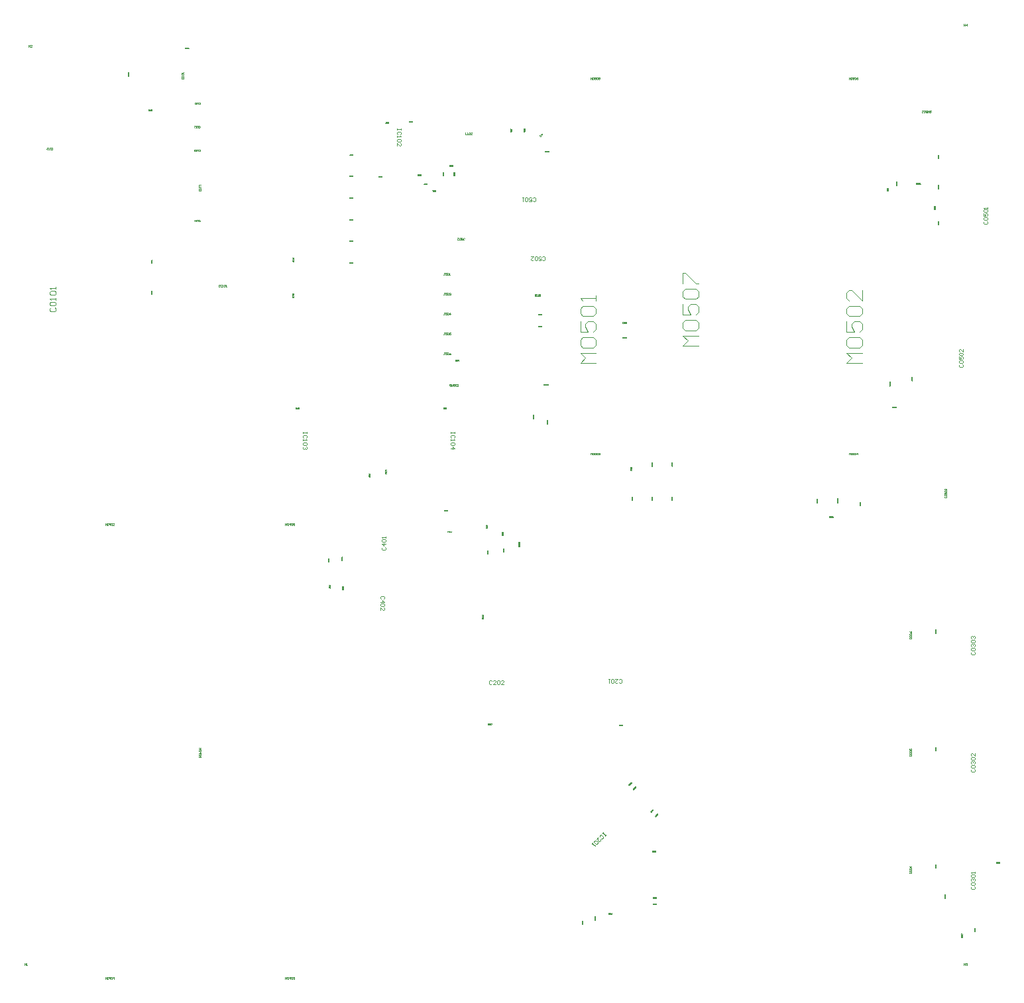
<source format=gbr>
%TF.GenerationSoftware,Altium Limited,Altium Designer,22.2.1 (43)*%
G04 Layer_Color=32768*
%FSLAX26Y26*%
%MOIN*%
%TF.SameCoordinates,92DA24ED-A250-4A13-B4DD-B7D196A9CFE6*%
%TF.FilePolarity,Positive*%
%TF.FileFunction,Other,Top_Value*%
%TF.Part,Single*%
G01*
G75*
%TA.AperFunction,NonConductor*%
%ADD97C,0.003937*%
%ADD98C,0.001000*%
D97*
X3685700Y5135176D02*
X3688980Y5131896D01*
X3695539D01*
X3698819Y5135176D01*
Y5148295D01*
X3695539Y5151575D01*
X3688980D01*
X3685700Y5148295D01*
X3666021Y5131896D02*
X3679140D01*
Y5141735D01*
X3672581Y5138456D01*
X3669301D01*
X3666021Y5141735D01*
Y5148295D01*
X3669301Y5151575D01*
X3675860D01*
X3679140Y5148295D01*
X3659462Y5135176D02*
X3656182Y5131896D01*
X3649622D01*
X3646343Y5135176D01*
Y5148295D01*
X3649622Y5151575D01*
X3656182D01*
X3659462Y5148295D01*
Y5135176D01*
X3639783Y5151575D02*
X3633224D01*
X3636503D01*
Y5131896D01*
X3639783Y5135176D01*
X3734912Y4839900D02*
X3738192Y4836621D01*
X3744752D01*
X3748032Y4839900D01*
Y4853019D01*
X3744752Y4856299D01*
X3738192D01*
X3734912Y4853019D01*
X3715234Y4836621D02*
X3728353D01*
Y4846460D01*
X3721793Y4843180D01*
X3718514D01*
X3715234Y4846460D01*
Y4853019D01*
X3718514Y4856299D01*
X3725073D01*
X3728353Y4853019D01*
X3708674Y4839900D02*
X3705394Y4836621D01*
X3698835D01*
X3695555Y4839900D01*
Y4853019D01*
X3698835Y4856299D01*
X3705394D01*
X3708674Y4853019D01*
Y4839900D01*
X3675877Y4856299D02*
X3688996D01*
X3675877Y4843180D01*
Y4839900D01*
X3679156Y4836621D01*
X3685716D01*
X3688996Y4839900D01*
X4118771Y2713916D02*
X4122051Y2710636D01*
X4128610D01*
X4131890Y2713916D01*
Y2727035D01*
X4128610Y2730315D01*
X4122051D01*
X4118771Y2727035D01*
X4099092Y2730315D02*
X4112211D01*
X4099092Y2717196D01*
Y2713916D01*
X4102372Y2710636D01*
X4108931D01*
X4112211Y2713916D01*
X4092533D02*
X4089253Y2710636D01*
X4082693D01*
X4079414Y2713916D01*
Y2727035D01*
X4082693Y2730315D01*
X4089253D01*
X4092533Y2727035D01*
Y2713916D01*
X4072854Y2730315D02*
X4066294D01*
X4069574D01*
Y2710636D01*
X4072854Y2713916D01*
X3479655Y2719155D02*
X3476375Y2722434D01*
X3469815D01*
X3466535Y2719155D01*
Y2706036D01*
X3469815Y2702756D01*
X3476375D01*
X3479655Y2706036D01*
X3499333Y2702756D02*
X3486214D01*
X3499333Y2715875D01*
Y2719155D01*
X3496053Y2722434D01*
X3489494D01*
X3486214Y2719155D01*
X3505893D02*
X3509172Y2722434D01*
X3515732D01*
X3519012Y2719155D01*
Y2706036D01*
X3515732Y2702756D01*
X3509172D01*
X3505893Y2706036D01*
Y2719155D01*
X3538690Y2702756D02*
X3525571D01*
X3538690Y2715875D01*
Y2719155D01*
X3535410Y2722434D01*
X3528851D01*
X3525571Y2719155D01*
X2931042Y3392843D02*
X2927762Y3389564D01*
Y3383004D01*
X2931042Y3379724D01*
X2944161D01*
X2947441Y3383004D01*
Y3389564D01*
X2944161Y3392843D01*
X2947441Y3409242D02*
X2927762D01*
X2937602Y3399403D01*
Y3412522D01*
X2931042Y3419082D02*
X2927762Y3422361D01*
Y3428921D01*
X2931042Y3432201D01*
X2944161D01*
X2947441Y3428921D01*
Y3422361D01*
X2944161Y3419082D01*
X2931042D01*
X2947441Y3438760D02*
Y3445320D01*
Y3442040D01*
X2927762D01*
X2931042Y3438760D01*
X2936281Y3134519D02*
X2939561Y3137798D01*
Y3144358D01*
X2936281Y3147638D01*
X2923162D01*
X2919882Y3144358D01*
Y3137798D01*
X2923162Y3134519D01*
X2919882Y3118120D02*
X2939561D01*
X2929721Y3127959D01*
Y3114840D01*
X2936281Y3108281D02*
X2939561Y3105001D01*
Y3098441D01*
X2936281Y3095162D01*
X2923162D01*
X2919882Y3098441D01*
Y3105001D01*
X2923162Y3108281D01*
X2936281D01*
X2919882Y3075483D02*
Y3088602D01*
X2933001Y3075483D01*
X2936281D01*
X2939561Y3078763D01*
Y3085322D01*
X2936281Y3088602D01*
D98*
X5957267Y5032527D02*
X5953987Y5029247D01*
Y5022687D01*
X5957267Y5019408D01*
X5970386D01*
X5973666Y5022687D01*
Y5029247D01*
X5970386Y5032527D01*
X5953987Y5048926D02*
Y5042366D01*
X5957267Y5039086D01*
X5970386D01*
X5973666Y5042366D01*
Y5048926D01*
X5970386Y5052205D01*
X5957267D01*
X5953987Y5048926D01*
Y5071884D02*
Y5058765D01*
X5963826D01*
X5960546Y5065324D01*
Y5068604D01*
X5963826Y5071884D01*
X5970386D01*
X5973666Y5068604D01*
Y5062045D01*
X5970386Y5058765D01*
X5957267Y5078443D02*
X5953987Y5081723D01*
Y5088283D01*
X5957267Y5091562D01*
X5970386D01*
X5973666Y5088283D01*
Y5081723D01*
X5970386Y5078443D01*
X5957267D01*
X5973666Y5098122D02*
Y5104681D01*
Y5101402D01*
X5953987D01*
X5957267Y5098122D01*
X5893050Y2867450D02*
X5889770Y2864170D01*
Y2857610D01*
X5893050Y2854331D01*
X5906169D01*
X5909449Y2857610D01*
Y2864170D01*
X5906169Y2867450D01*
X5889770Y2883849D02*
Y2877289D01*
X5893050Y2874009D01*
X5906169D01*
X5909449Y2877289D01*
Y2883849D01*
X5906169Y2887128D01*
X5893050D01*
X5889770Y2883849D01*
X5893050Y2893688D02*
X5889770Y2896968D01*
Y2903527D01*
X5893050Y2906807D01*
X5896330D01*
X5899609Y2903527D01*
Y2900247D01*
Y2903527D01*
X5902889Y2906807D01*
X5906169D01*
X5909449Y2903527D01*
Y2896968D01*
X5906169Y2893688D01*
X5893050Y2913367D02*
X5889770Y2916646D01*
Y2923206D01*
X5893050Y2926486D01*
X5906169D01*
X5909449Y2923206D01*
Y2916646D01*
X5906169Y2913367D01*
X5893050D01*
Y2933045D02*
X5889770Y2936325D01*
Y2942884D01*
X5893050Y2946164D01*
X5896330D01*
X5899609Y2942884D01*
Y2939605D01*
Y2942884D01*
X5902889Y2946164D01*
X5906169D01*
X5909449Y2942884D01*
Y2936325D01*
X5906169Y2933045D01*
X3619171Y3419291D02*
Y3417625D01*
Y3418458D01*
X3614173D01*
Y3419291D01*
Y3417625D01*
X3618338Y3411794D02*
X3619171Y3412627D01*
Y3414293D01*
X3618338Y3415126D01*
X3615006D01*
X3614173Y3414293D01*
Y3412627D01*
X3615006Y3411794D01*
X3614173Y3410128D02*
Y3408462D01*
Y3409295D01*
X3619171D01*
X3618338Y3410128D01*
Y3405962D02*
X3619171Y3405129D01*
Y3403463D01*
X3618338Y3402630D01*
X3615006D01*
X3614173Y3403463D01*
Y3405129D01*
X3615006Y3405962D01*
X3618338D01*
X3619171Y3397632D02*
Y3400964D01*
X3616672D01*
X3617505Y3399298D01*
Y3398465D01*
X3616672Y3397632D01*
X3615006D01*
X3614173Y3398465D01*
Y3400131D01*
X3615006Y3400964D01*
X3346457Y5478343D02*
Y5468504D01*
X3353016D01*
X3356296D02*
X3359576D01*
X3357936D01*
Y5478343D01*
X3356296Y5476703D01*
X3364495D02*
X3366135Y5478343D01*
X3369415D01*
X3371055Y5476703D01*
Y5470144D01*
X3369415Y5468504D01*
X3366135D01*
X3364495Y5470144D01*
Y5476703D01*
X3380894Y5468504D02*
X3374335D01*
X3380894Y5475063D01*
Y5476703D01*
X3379254Y5478343D01*
X3375975D01*
X3374335Y5476703D01*
X5703663Y5092520D02*
X5708661D01*
Y5095019D01*
X5707828Y5095852D01*
X5704496D01*
X5703663Y5095019D01*
Y5092520D01*
Y5100850D02*
Y5097518D01*
X5706162D01*
X5705329Y5099184D01*
Y5100017D01*
X5706162Y5100850D01*
X5707828D01*
X5708661Y5100017D01*
Y5098351D01*
X5707828Y5097518D01*
X5704496Y5102516D02*
X5703663Y5103350D01*
Y5105016D01*
X5704496Y5105849D01*
X5707828D01*
X5708661Y5105016D01*
Y5103350D01*
X5707828Y5102516D01*
X5704496D01*
X5708661Y5107515D02*
Y5109181D01*
Y5108348D01*
X5703663D01*
X5704496Y5107515D01*
X5215474Y3616142D02*
Y3617808D01*
Y3616975D01*
X5220472D01*
Y3616142D01*
Y3617808D01*
X5216307Y3623639D02*
X5215474Y3622806D01*
Y3621140D01*
X5216307Y3620307D01*
X5219639D01*
X5220472Y3621140D01*
Y3622806D01*
X5219639Y3623639D01*
X5215474Y3628638D02*
Y3625305D01*
X5217973D01*
X5217140Y3626972D01*
Y3627805D01*
X5217973Y3628638D01*
X5219639D01*
X5220472Y3627805D01*
Y3626139D01*
X5219639Y3625305D01*
X5216307Y3630304D02*
X5215474Y3631137D01*
Y3632803D01*
X5216307Y3633636D01*
X5219639D01*
X5220472Y3632803D01*
Y3631137D01*
X5219639Y3630304D01*
X5216307D01*
Y3635302D02*
X5215474Y3636135D01*
Y3637801D01*
X5216307Y3638635D01*
X5217140D01*
X5217973Y3637801D01*
Y3636968D01*
Y3637801D01*
X5218806Y3638635D01*
X5219639D01*
X5220472Y3637801D01*
Y3636135D01*
X5219639Y3635302D01*
X5635827Y5221380D02*
X5632494D01*
X5634161D01*
Y5226378D01*
X5630828D02*
Y5221380D01*
X5628329D01*
X5627496Y5222213D01*
Y5223879D01*
X5628329Y5224712D01*
X5630828D01*
X5629162D02*
X5627496Y5226378D01*
X5622498Y5221380D02*
X5625830D01*
Y5223879D01*
X5624164Y5223046D01*
X5623331D01*
X5622498Y5223879D01*
Y5225545D01*
X5623331Y5226378D01*
X5624997D01*
X5625830Y5225545D01*
X5620832Y5222213D02*
X5619998Y5221380D01*
X5618332D01*
X5617499Y5222213D01*
Y5225545D01*
X5618332Y5226378D01*
X5619998D01*
X5620832Y5225545D01*
Y5222213D01*
X5615833Y5226378D02*
X5614167D01*
X5615000D01*
Y5221380D01*
X5615833Y5222213D01*
X1648545Y5761811D02*
Y5765143D01*
Y5763477D01*
X1653543D01*
Y5766809D02*
X1648545D01*
Y5769309D01*
X1649378Y5770142D01*
X1651044D01*
X1651877Y5769309D01*
Y5766809D01*
Y5768475D02*
X1653543Y5770142D01*
Y5771808D02*
Y5773474D01*
Y5772641D01*
X1648545D01*
X1649378Y5771808D01*
Y5775973D02*
X1648545Y5776806D01*
Y5778472D01*
X1649378Y5779305D01*
X1652710D01*
X1653543Y5778472D01*
Y5776806D01*
X1652710Y5775973D01*
X1649378D01*
X1653543Y5780971D02*
Y5782638D01*
Y5781805D01*
X1648545D01*
X1649378Y5780971D01*
X5580712Y2933071D02*
X5590551D01*
Y2937991D01*
X5588911Y2939630D01*
X5582352D01*
X5580712Y2937991D01*
Y2933071D01*
X5590551Y2949470D02*
Y2942910D01*
X5583992Y2949470D01*
X5582352D01*
X5580712Y2947830D01*
Y2944550D01*
X5582352Y2942910D01*
Y2952749D02*
X5580712Y2954389D01*
Y2957669D01*
X5582352Y2959309D01*
X5588911D01*
X5590551Y2957669D01*
Y2954389D01*
X5588911Y2952749D01*
X5582352D01*
X5580712Y2969148D02*
X5582352Y2965869D01*
X5585632Y2962589D01*
X5588911D01*
X5590551Y2964229D01*
Y2967508D01*
X5588911Y2969148D01*
X5587271D01*
X5585632Y2967508D01*
Y2962589D01*
X1919295Y5750984D02*
X1929134D01*
Y5755904D01*
X1927494Y5757544D01*
X1920935D01*
X1919295Y5755904D01*
Y5750984D01*
X1929134Y5760824D02*
Y5764103D01*
Y5762463D01*
X1919295D01*
X1920935Y5760824D01*
Y5769023D02*
X1919295Y5770663D01*
Y5773943D01*
X1920935Y5775582D01*
X1927494D01*
X1929134Y5773943D01*
Y5770663D01*
X1927494Y5769023D01*
X1920935D01*
X1929134Y5778862D02*
Y5782142D01*
Y5780502D01*
X1919295D01*
X1920935Y5778862D01*
X3021962Y5500000D02*
Y5493336D01*
Y5496668D01*
X3001968D01*
Y5500000D01*
Y5493336D01*
X3018630Y5470010D02*
X3021962Y5473342D01*
Y5480006D01*
X3018630Y5483339D01*
X3005301D01*
X3001968Y5480006D01*
Y5473342D01*
X3005301Y5470010D01*
X3001968Y5463345D02*
Y5456681D01*
Y5460013D01*
X3021962D01*
X3018630Y5463345D01*
Y5446684D02*
X3021962Y5443352D01*
Y5436687D01*
X3018630Y5433355D01*
X3005301D01*
X3001968Y5436687D01*
Y5443352D01*
X3005301Y5446684D01*
X3018630D01*
X3001968Y5413361D02*
Y5426690D01*
X3015298Y5413361D01*
X3018630D01*
X3021962Y5416694D01*
Y5423358D01*
X3018630Y5426690D01*
X1262803Y4598419D02*
X1257883Y4593499D01*
Y4583660D01*
X1262803Y4578740D01*
X1282482D01*
X1287402Y4583660D01*
Y4593499D01*
X1282482Y4598419D01*
X1257883Y4623017D02*
Y4613178D01*
X1262803Y4608258D01*
X1282482D01*
X1287402Y4613178D01*
Y4623017D01*
X1282482Y4627937D01*
X1262803D01*
X1257883Y4623017D01*
X1287402Y4637776D02*
Y4647616D01*
Y4642696D01*
X1257883D01*
X1262803Y4637776D01*
Y4662375D02*
X1257883Y4667294D01*
Y4677134D01*
X1262803Y4682053D01*
X1282482D01*
X1287402Y4677134D01*
Y4667294D01*
X1282482Y4662375D01*
X1262803D01*
X1287402Y4691893D02*
Y4701732D01*
Y4696812D01*
X1257883D01*
X1262803Y4691893D01*
X2106299Y4714564D02*
X2109579D01*
X2107939D01*
Y4704724D01*
X2106299D01*
X2109579D01*
X2121058Y4712924D02*
X2119418Y4714564D01*
X2116139D01*
X2114499Y4712924D01*
Y4706364D01*
X2116139Y4704724D01*
X2119418D01*
X2121058Y4706364D01*
X2124338Y4704724D02*
X2127618D01*
X2125978D01*
Y4714564D01*
X2124338Y4712924D01*
X2132537D02*
X2134177Y4714564D01*
X2137457D01*
X2139097Y4712924D01*
Y4706364D01*
X2137457Y4704724D01*
X2134177D01*
X2132537Y4706364D01*
Y4712924D01*
X2142377Y4704724D02*
X2145656D01*
X2144017D01*
Y4714564D01*
X2142377Y4712924D01*
X4303150Y1866142D02*
Y1861143D01*
X4300650D01*
X4299817Y1861976D01*
Y1863642D01*
X4300650Y1864476D01*
X4303150D01*
X4301484D02*
X4299817Y1866142D01*
X4294819D02*
X4298151D01*
X4294819Y1862809D01*
Y1861976D01*
X4295652Y1861143D01*
X4297318D01*
X4298151Y1861976D01*
X4293153Y1866142D02*
X4291487D01*
X4292320D01*
Y1861143D01*
X4293153Y1861976D01*
X4285655Y1861143D02*
X4288988D01*
Y1863642D01*
X4287321Y1862809D01*
X4286488D01*
X4285655Y1863642D01*
Y1865309D01*
X4286488Y1866142D01*
X4288154D01*
X4288988Y1865309D01*
X4054322Y1945446D02*
X4049684Y1940808D01*
X4052003Y1943127D01*
X4038088Y1957042D01*
X4040407Y1959361D01*
X4035769Y1954723D01*
X4031131Y1926893D02*
X4035769Y1926893D01*
X4040407Y1931531D01*
X4040407Y1936169D01*
X4031131Y1945446D01*
X4026492D01*
X4021854Y1940808D01*
Y1936169D01*
X4005620Y1924574D02*
X4014897Y1933850D01*
Y1915297D01*
X4017216Y1912978D01*
X4021854D01*
X4026492Y1917616D01*
Y1922255D01*
X4012578Y1908340D02*
X4012578Y1903701D01*
X4007939Y1899063D01*
X4003301Y1899063D01*
X3994024Y1908340D01*
Y1912978D01*
X3998663Y1917616D01*
X4003301D01*
X4012578Y1908340D01*
X3987067Y1906021D02*
X3982429Y1901382D01*
X3984748Y1903701D01*
X3998663Y1889786D01*
X3998663Y1894425D01*
X1246717Y5403540D02*
X1243437D01*
X1245077D01*
Y5395341D01*
X1243437Y5393701D01*
X1241797D01*
X1240158Y5395341D01*
X1249997Y5393701D02*
X1253277D01*
X1251637D01*
Y5403540D01*
X1249997Y5401900D01*
X1258196D02*
X1259836Y5403540D01*
X1263116D01*
X1264756Y5401900D01*
Y5395341D01*
X1263116Y5393701D01*
X1259836D01*
X1258196Y5395341D01*
Y5401900D01*
X1268035Y5393701D02*
X1271315D01*
X1269675D01*
Y5403540D01*
X1268035Y5401900D01*
X5682417Y5582352D02*
X5684057Y5580712D01*
X5687336D01*
X5688976Y5582352D01*
Y5583992D01*
X5687336Y5585632D01*
X5684057D01*
X5682417Y5587271D01*
Y5588911D01*
X5684057Y5590551D01*
X5687336D01*
X5688976Y5588911D01*
X5679137Y5580712D02*
Y5590551D01*
X5675857Y5587271D01*
X5672578Y5590551D01*
Y5580712D01*
X5662738D02*
X5669298D01*
Y5585632D01*
X5666018Y5583992D01*
X5664378D01*
X5662738Y5585632D01*
Y5588911D01*
X5664378Y5590551D01*
X5667658D01*
X5669298Y5588911D01*
X5659458Y5582352D02*
X5657819Y5580712D01*
X5654539D01*
X5652899Y5582352D01*
Y5588911D01*
X5654539Y5590551D01*
X5657819D01*
X5659458Y5588911D01*
Y5582352D01*
X5643060Y5590551D02*
X5649619D01*
X5643060Y5583992D01*
Y5582352D01*
X5644699Y5580712D01*
X5647979D01*
X5649619Y5582352D01*
X2017713Y5216535D02*
X2007874D01*
Y5209976D01*
Y5206696D02*
Y5203416D01*
Y5205056D01*
X2017713D01*
X2016073Y5206696D01*
Y5198497D02*
X2017713Y5196857D01*
Y5193577D01*
X2016073Y5191937D01*
X2009514D01*
X2007874Y5193577D01*
Y5196857D01*
X2009514Y5198497D01*
X2016073D01*
X2007874Y5188657D02*
Y5185378D01*
Y5187017D01*
X2017713D01*
X2016073Y5188657D01*
X3293301Y3972441D02*
Y3965881D01*
Y3969161D01*
X3273622D01*
Y3972441D01*
Y3965881D01*
X3290021Y3942923D02*
X3293301Y3946203D01*
Y3952762D01*
X3290021Y3956042D01*
X3276902D01*
X3273622Y3952762D01*
Y3946203D01*
X3276902Y3942923D01*
X3273622Y3936363D02*
Y3929804D01*
Y3933084D01*
X3293301D01*
X3290021Y3936363D01*
Y3919965D02*
X3293301Y3916685D01*
Y3910125D01*
X3290021Y3906845D01*
X3276902D01*
X3273622Y3910125D01*
Y3916685D01*
X3276902Y3919965D01*
X3290021D01*
X3273622Y3890447D02*
X3293301D01*
X3283461Y3900286D01*
Y3887167D01*
X5723348Y5348425D02*
X5728346D01*
Y5350924D01*
X5727513Y5351757D01*
X5724181D01*
X5723348Y5350924D01*
Y5348425D01*
Y5356756D02*
Y5353423D01*
X5725847D01*
X5725014Y5355090D01*
Y5355923D01*
X5725847Y5356756D01*
X5727513D01*
X5728346Y5355923D01*
Y5354257D01*
X5727513Y5353423D01*
X5724181Y5358422D02*
X5723348Y5359255D01*
Y5360921D01*
X5724181Y5361754D01*
X5727513D01*
X5728346Y5360921D01*
Y5359255D01*
X5727513Y5358422D01*
X5724181D01*
X5723348Y5366753D02*
X5724181Y5365086D01*
X5725847Y5363420D01*
X5727513D01*
X5728346Y5364253D01*
Y5365919D01*
X5727513Y5366753D01*
X5726680D01*
X5725847Y5365919D01*
Y5363420D01*
X5854331Y6025587D02*
Y6015748D01*
Y6020668D01*
X5860890D01*
Y6025587D01*
Y6015748D01*
X5869090D02*
Y6025587D01*
X5864170Y6020668D01*
X5870730D01*
X5833995Y4312332D02*
X5830715Y4309052D01*
Y4302492D01*
X5833995Y4299213D01*
X5847114D01*
X5850394Y4302492D01*
Y4309052D01*
X5847114Y4312332D01*
X5830715Y4328730D02*
Y4322171D01*
X5833995Y4318891D01*
X5847114D01*
X5850394Y4322171D01*
Y4328730D01*
X5847114Y4332010D01*
X5833995D01*
X5830715Y4328730D01*
Y4351689D02*
Y4338570D01*
X5840554D01*
X5837275Y4345129D01*
Y4348409D01*
X5840554Y4351689D01*
X5847114D01*
X5850394Y4348409D01*
Y4341850D01*
X5847114Y4338570D01*
X5833995Y4358248D02*
X5830715Y4361528D01*
Y4368088D01*
X5833995Y4371368D01*
X5847114D01*
X5850394Y4368088D01*
Y4361528D01*
X5847114Y4358248D01*
X5833995D01*
X5850394Y4391046D02*
Y4377927D01*
X5837275Y4391046D01*
X5833995D01*
X5830715Y4387766D01*
Y4381207D01*
X5833995Y4377927D01*
X3437006Y3049214D02*
Y3053150D01*
X3434054D01*
Y3051182D01*
Y3053150D01*
X3431102D01*
Y3047246D02*
Y3045278D01*
Y3046262D01*
X3437006D01*
X3436022Y3047246D01*
Y3042326D02*
X3437006Y3041342D01*
Y3039374D01*
X3436022Y3038391D01*
X3432086D01*
X3431102Y3039374D01*
Y3041342D01*
X3432086Y3042326D01*
X3436022D01*
X3437006Y3032487D02*
Y3036423D01*
X3434054D01*
X3435038Y3034455D01*
Y3033471D01*
X3434054Y3032487D01*
X3432086D01*
X3431102Y3033471D01*
Y3035439D01*
X3432086Y3036423D01*
X2440945Y3503937D02*
Y3513776D01*
X2444225Y3510497D01*
X2447504Y3513776D01*
Y3503937D01*
X2455704Y3513776D02*
X2452424D01*
X2450784Y3512136D01*
Y3505577D01*
X2452424Y3503937D01*
X2455704D01*
X2457344Y3505577D01*
Y3512136D01*
X2455704Y3513776D01*
X2465543Y3503937D02*
Y3513776D01*
X2460624Y3508857D01*
X2467183D01*
X2470463Y3512136D02*
X2472103Y3513776D01*
X2475383D01*
X2477022Y3512136D01*
Y3505577D01*
X2475383Y3503937D01*
X2472103D01*
X2470463Y3505577D01*
Y3512136D01*
X2486862Y3513776D02*
X2480302D01*
Y3508857D01*
X2483582Y3510497D01*
X2485222D01*
X2486862Y3508857D01*
Y3505577D01*
X2485222Y3503937D01*
X2481942D01*
X2480302Y3505577D01*
X5342520Y4318898D02*
X5263805D01*
X5290043Y4345136D01*
X5263805Y4371374D01*
X5342520D01*
X5263805Y4436970D02*
Y4410732D01*
X5276924Y4397613D01*
X5329401D01*
X5342520Y4410732D01*
Y4436970D01*
X5329401Y4450089D01*
X5276924D01*
X5263805Y4436970D01*
Y4528804D02*
Y4476327D01*
X5303162D01*
X5290043Y4502565D01*
Y4515685D01*
X5303162Y4528804D01*
X5329401D01*
X5342520Y4515685D01*
Y4489446D01*
X5329401Y4476327D01*
X5276924Y4555042D02*
X5263805Y4568161D01*
Y4594400D01*
X5276924Y4607519D01*
X5329401D01*
X5342520Y4594400D01*
Y4568161D01*
X5329401Y4555042D01*
X5276924D01*
X5342520Y4686233D02*
Y4633757D01*
X5290043Y4686233D01*
X5276924D01*
X5263805Y4673114D01*
Y4646876D01*
X5276924Y4633757D01*
X4003937Y4318898D02*
X3925222D01*
X3951461Y4345136D01*
X3925222Y4371374D01*
X4003937D01*
X3925222Y4436970D02*
Y4410732D01*
X3938341Y4397613D01*
X3990818D01*
X4003937Y4410732D01*
Y4436970D01*
X3990818Y4450089D01*
X3938341D01*
X3925222Y4436970D01*
Y4528804D02*
Y4476327D01*
X3964580D01*
X3951461Y4502565D01*
Y4515685D01*
X3964580Y4528804D01*
X3990818D01*
X4003937Y4515685D01*
Y4489446D01*
X3990818Y4476327D01*
X3938341Y4555042D02*
X3925222Y4568161D01*
Y4594400D01*
X3938341Y4607519D01*
X3990818D01*
X4003937Y4594400D01*
Y4568161D01*
X3990818Y4555042D01*
X3938341D01*
X4003937Y4633757D02*
Y4659995D01*
Y4646876D01*
X3925222D01*
X3938341Y4633757D01*
X2479332Y4834644D02*
X2478348Y4833660D01*
Y4831693D01*
X2479332Y4830709D01*
X2483268D01*
X2484252Y4831693D01*
Y4833660D01*
X2483268Y4834644D01*
X2484252Y4836612D02*
Y4838580D01*
Y4837596D01*
X2478348D01*
X2479332Y4836612D01*
Y4841532D02*
X2478348Y4842516D01*
Y4844484D01*
X2479332Y4845468D01*
X2483268D01*
X2484252Y4844484D01*
Y4842516D01*
X2483268Y4841532D01*
X2479332D01*
X2478348Y4851371D02*
X2479332Y4849403D01*
X2481300Y4847435D01*
X2483268D01*
X2484252Y4848419D01*
Y4850387D01*
X2483268Y4851371D01*
X2482284D01*
X2481300Y4850387D01*
Y4847435D01*
X2776195Y5365900D02*
X2777028Y5365066D01*
X2778694D01*
X2779528Y5365900D01*
Y5369232D01*
X2778694Y5370065D01*
X2777028D01*
X2776195Y5369232D01*
X2774529Y5370065D02*
X2772863D01*
X2773696D01*
Y5365066D01*
X2774529Y5365900D01*
X2767032Y5370065D02*
X2770364D01*
X2767032Y5366733D01*
Y5365900D01*
X2767865Y5365066D01*
X2769531D01*
X2770364Y5365900D01*
X2765365Y5365066D02*
X2762033D01*
Y5365900D01*
X2765365Y5369232D01*
Y5370065D01*
X5330480Y3605695D02*
X5329647Y3604861D01*
Y3603195D01*
X5330480Y3602362D01*
X5333813D01*
X5334646Y3603195D01*
Y3604861D01*
X5333813Y3605695D01*
X5329647Y3610693D02*
Y3607361D01*
X5332146D01*
X5331313Y3609027D01*
Y3609860D01*
X5332146Y3610693D01*
X5333813D01*
X5334646Y3609860D01*
Y3608194D01*
X5333813Y3607361D01*
X5330480Y3612359D02*
X5329647Y3613192D01*
Y3614858D01*
X5330480Y3615691D01*
X5333813D01*
X5334646Y3614858D01*
Y3613192D01*
X5333813Y3612359D01*
X5330480D01*
X5333813Y3617357D02*
X5334646Y3618191D01*
Y3619857D01*
X5333813Y3620690D01*
X5330480D01*
X5329647Y3619857D01*
Y3618191D01*
X5330480Y3617357D01*
X5331313D01*
X5332146Y3618191D01*
Y3620690D01*
X4180678Y2206284D02*
X4181856D01*
X4183034Y2207462D01*
Y2208640D01*
X4180678Y2210996D01*
X4179500D01*
X4178322Y2209818D01*
Y2208640D01*
X4174198Y2205695D02*
X4176555Y2208051D01*
Y2203338D01*
X4177144Y2202749D01*
X4178322D01*
X4179500Y2203927D01*
Y2205106D01*
X4170664Y2202160D02*
X4173020Y2204516D01*
Y2199804D01*
X4173609Y2199215D01*
X4174788D01*
X4175966Y2200393D01*
Y2201571D01*
X4172431Y2198037D02*
Y2196858D01*
X4171253Y2195680D01*
X4170075D01*
X4169486Y2196269D01*
Y2197448D01*
X4170075Y2198037D01*
X4169486Y2197448D01*
X4168308D01*
X4167719Y2198037D01*
Y2199215D01*
X4168897Y2200393D01*
X4170075D01*
X5759517Y3648292D02*
X5757877Y3646652D01*
Y3643372D01*
X5759517Y3641732D01*
X5766077D01*
X5767717Y3643372D01*
Y3646652D01*
X5766077Y3648292D01*
X5757877Y3656491D02*
Y3653211D01*
X5759517Y3651572D01*
X5766077D01*
X5767717Y3653211D01*
Y3656491D01*
X5766077Y3658131D01*
X5759517D01*
X5757877Y3656491D01*
Y3667970D02*
Y3661411D01*
X5762797D01*
X5761157Y3664691D01*
Y3666331D01*
X5762797Y3667970D01*
X5766077D01*
X5767717Y3666331D01*
Y3663051D01*
X5766077Y3661411D01*
X5759517Y3671250D02*
X5757877Y3672890D01*
Y3676170D01*
X5759517Y3677810D01*
X5766077D01*
X5767717Y3676170D01*
Y3672890D01*
X5766077Y3671250D01*
X5759517D01*
Y3681090D02*
X5757877Y3682729D01*
Y3686009D01*
X5759517Y3687649D01*
X5761157D01*
X5762797Y3686009D01*
Y3684369D01*
Y3686009D01*
X5764437Y3687649D01*
X5766077D01*
X5767717Y3686009D01*
Y3682729D01*
X5766077Y3681090D01*
X3243370Y4372831D02*
X3240091D01*
X3241731D01*
Y4364632D01*
X3240091Y4362992D01*
X3238451D01*
X3236811Y4364632D01*
X3253210Y4372831D02*
X3246650D01*
Y4367912D01*
X3249930Y4369552D01*
X3251570D01*
X3253210Y4367912D01*
Y4364632D01*
X3251570Y4362992D01*
X3248290D01*
X3246650Y4364632D01*
X3256490Y4371191D02*
X3258130Y4372831D01*
X3261409D01*
X3263049Y4371191D01*
Y4364632D01*
X3261409Y4362992D01*
X3258130D01*
X3256490Y4364632D01*
Y4371191D01*
X3272888Y4372831D02*
X3269609Y4371191D01*
X3266329Y4367912D01*
Y4364632D01*
X3267969Y4362992D01*
X3271249D01*
X3272888Y4364632D01*
Y4366272D01*
X3271249Y4367912D01*
X3266329D01*
X4134463Y2495835D02*
X4135296Y2495002D01*
X4136962D01*
X4137795Y2495835D01*
Y2499167D01*
X4136962Y2500000D01*
X4135296D01*
X4134463Y2499167D01*
X4129465Y2500000D02*
X4132797D01*
X4129465Y2496668D01*
Y2495835D01*
X4130298Y2495002D01*
X4131964D01*
X4132797Y2495835D01*
X4127798D02*
X4126965Y2495002D01*
X4125299D01*
X4124466Y2495835D01*
Y2499167D01*
X4125299Y2500000D01*
X4126965D01*
X4127798Y2499167D01*
Y2495835D01*
X4122800D02*
X4121967Y2495002D01*
X4120301D01*
X4119468Y2495835D01*
Y2496668D01*
X4120301Y2497501D01*
X4121134D01*
X4120301D01*
X4119468Y2498334D01*
Y2499167D01*
X4120301Y2500000D01*
X4121967D01*
X4122800Y2499167D01*
X3463962Y2504165D02*
X3463129Y2504998D01*
X3461463D01*
X3460630Y2504165D01*
Y2500833D01*
X3461463Y2500000D01*
X3463129D01*
X3463962Y2500833D01*
X3468961Y2500000D02*
X3465628D01*
X3468961Y2503332D01*
Y2504165D01*
X3468128Y2504998D01*
X3466461D01*
X3465628Y2504165D01*
X3470627D02*
X3471460Y2504998D01*
X3473126D01*
X3473959Y2504165D01*
Y2500833D01*
X3473126Y2500000D01*
X3471460D01*
X3470627Y2500833D01*
Y2504165D01*
X3475625Y2504998D02*
X3478957D01*
Y2504165D01*
X3475625Y2500833D01*
Y2500000D01*
X2724181Y3330104D02*
X2723348Y3329271D01*
Y3327605D01*
X2724181Y3326772D01*
X2727513D01*
X2728346Y3327605D01*
Y3329271D01*
X2727513Y3330104D01*
X2728346Y3334269D02*
X2723348D01*
X2725847Y3331770D01*
Y3335102D01*
X2724181Y3336768D02*
X2723348Y3337602D01*
Y3339268D01*
X2724181Y3340101D01*
X2727513D01*
X2728346Y3339268D01*
Y3337602D01*
X2727513Y3336768D01*
X2724181D01*
X2728346Y3344266D02*
X2723348D01*
X2725847Y3341767D01*
Y3345099D01*
X2732512Y3193518D02*
X2733345Y3194351D01*
Y3196017D01*
X2732512Y3196850D01*
X2729180D01*
X2728347Y3196017D01*
Y3194351D01*
X2729180Y3193518D01*
X2728347Y3189353D02*
X2733345D01*
X2730846Y3191852D01*
Y3188520D01*
X2732512Y3186854D02*
X2733345Y3186020D01*
Y3184354D01*
X2732512Y3183521D01*
X2729180D01*
X2728347Y3184354D01*
Y3186020D01*
X2729180Y3186854D01*
X2732512D01*
X2733345Y3178523D02*
Y3181855D01*
X2730846D01*
X2731679Y3180189D01*
Y3179356D01*
X2730846Y3178523D01*
X2729180D01*
X2728347Y3179356D01*
Y3181022D01*
X2729180Y3181855D01*
X2657252Y3322230D02*
X2656419Y3321397D01*
Y3319731D01*
X2657252Y3318898D01*
X2660584D01*
X2661417Y3319731D01*
Y3321397D01*
X2660584Y3322230D01*
X2661417Y3326395D02*
X2656419D01*
X2658918Y3323896D01*
Y3327228D01*
X2657252Y3328894D02*
X2656419Y3329727D01*
Y3331394D01*
X2657252Y3332227D01*
X2660584D01*
X2661417Y3331394D01*
Y3329727D01*
X2660584Y3328894D01*
X2657252D01*
X2656419Y3337225D02*
X2657252Y3335559D01*
X2658918Y3333893D01*
X2660584D01*
X2661417Y3334726D01*
Y3336392D01*
X2660584Y3337225D01*
X2659751D01*
X2658918Y3336392D01*
Y3333893D01*
X2665583Y3201392D02*
X2666416Y3202225D01*
Y3203891D01*
X2665583Y3204724D01*
X2662250D01*
X2661417Y3203891D01*
Y3202225D01*
X2662250Y3201392D01*
X2661417Y3197227D02*
X2666416D01*
X2663916Y3199726D01*
Y3196394D01*
X2665583Y3194728D02*
X2666416Y3193894D01*
Y3192228D01*
X2665583Y3191395D01*
X2662250D01*
X2661417Y3192228D01*
Y3193894D01*
X2662250Y3194728D01*
X2665583D01*
X2666416Y3189729D02*
Y3186397D01*
X2665583D01*
X2662250Y3189729D01*
X2661417D01*
X3719162Y4658795D02*
X3720474Y4657483D01*
X3723098D01*
X3724410Y4658795D01*
Y4664042D01*
X3723098Y4665354D01*
X3720474D01*
X3719162Y4664042D01*
X3711290Y4657483D02*
X3716538D01*
Y4661419D01*
X3713914Y4660107D01*
X3712602D01*
X3711290Y4661419D01*
Y4664042D01*
X3712602Y4665354D01*
X3715226D01*
X3716538Y4664042D01*
X3708666Y4658795D02*
X3707355Y4657483D01*
X3704731D01*
X3703419Y4658795D01*
Y4664042D01*
X3704731Y4665354D01*
X3707355D01*
X3708666Y4664042D01*
Y4658795D01*
X3700795D02*
X3699483Y4657483D01*
X3696859D01*
X3695547Y4658795D01*
Y4660107D01*
X3696859Y4661419D01*
X3698171D01*
X3696859D01*
X3695547Y4662730D01*
Y4664042D01*
X3696859Y4665354D01*
X3699483D01*
X3700795Y4664042D01*
X3726983Y4562764D02*
X3727816Y4561931D01*
X3729482D01*
X3730315Y4562764D01*
Y4566096D01*
X3729482Y4566929D01*
X3727816D01*
X3726983Y4566096D01*
X3721984Y4561931D02*
X3725316D01*
Y4564430D01*
X3723650Y4563597D01*
X3722817D01*
X3721984Y4564430D01*
Y4566096D01*
X3722817Y4566929D01*
X3724483D01*
X3725316Y4566096D01*
X3720318Y4562764D02*
X3719485Y4561931D01*
X3717819D01*
X3716986Y4562764D01*
Y4566096D01*
X3717819Y4566929D01*
X3719485D01*
X3720318Y4566096D01*
Y4562764D01*
X3712820Y4566929D02*
Y4561931D01*
X3715320Y4564430D01*
X3711987D01*
X3726983Y4503709D02*
X3727816Y4502876D01*
X3729482D01*
X3730315Y4503709D01*
Y4507041D01*
X3729482Y4507874D01*
X3727816D01*
X3726983Y4507041D01*
X3721984Y4502876D02*
X3725316D01*
Y4505375D01*
X3723650Y4504542D01*
X3722817D01*
X3721984Y4505375D01*
Y4507041D01*
X3722817Y4507874D01*
X3724483D01*
X3725316Y4507041D01*
X3720318Y4503709D02*
X3719485Y4502876D01*
X3717819D01*
X3716986Y4503709D01*
Y4507041D01*
X3717819Y4507874D01*
X3719485D01*
X3720318Y4507041D01*
Y4503709D01*
X3711987Y4502876D02*
X3715320D01*
Y4505375D01*
X3713654Y4504542D01*
X3712820D01*
X3711987Y4505375D01*
Y4507041D01*
X3712820Y4507874D01*
X3714487D01*
X3715320Y4507041D01*
X5509660Y4095835D02*
X5510493Y4095002D01*
X5512159D01*
X5512992Y4095835D01*
Y4099167D01*
X5512159Y4100000D01*
X5510493D01*
X5509660Y4099167D01*
X5504661Y4095002D02*
X5507994D01*
Y4097501D01*
X5506328Y4096668D01*
X5505494D01*
X5504661Y4097501D01*
Y4099167D01*
X5505494Y4100000D01*
X5507160D01*
X5507994Y4099167D01*
X5502995Y4095835D02*
X5502162Y4095002D01*
X5500496D01*
X5499663Y4095835D01*
Y4099167D01*
X5500496Y4100000D01*
X5502162D01*
X5502995Y4099167D01*
Y4095835D01*
X5494664Y4095002D02*
X5496331Y4095835D01*
X5497997Y4097501D01*
Y4099167D01*
X5497164Y4100000D01*
X5495498D01*
X5494664Y4099167D01*
Y4098334D01*
X5495498Y4097501D01*
X5497997D01*
X5593535Y4245290D02*
X5594368Y4246123D01*
Y4247789D01*
X5593535Y4248622D01*
X5590203D01*
X5589370Y4247789D01*
Y4246123D01*
X5590203Y4245290D01*
X5594368Y4240291D02*
Y4243624D01*
X5591869D01*
X5592702Y4241958D01*
Y4241124D01*
X5591869Y4240291D01*
X5590203D01*
X5589370Y4241124D01*
Y4242791D01*
X5590203Y4243624D01*
X5593535Y4238625D02*
X5594368Y4237792D01*
Y4236126D01*
X5593535Y4235293D01*
X5590203D01*
X5589370Y4236126D01*
Y4237792D01*
X5590203Y4238625D01*
X5593535D01*
X5594368Y4233627D02*
Y4230294D01*
X5593535D01*
X5590203Y4233627D01*
X5589370D01*
X5893050Y1686347D02*
X5889770Y1683068D01*
Y1676508D01*
X5893050Y1673228D01*
X5906169D01*
X5909449Y1676508D01*
Y1683068D01*
X5906169Y1686347D01*
X5889770Y1702746D02*
Y1696187D01*
X5893050Y1692907D01*
X5906169D01*
X5909449Y1696187D01*
Y1702746D01*
X5906169Y1706026D01*
X5893050D01*
X5889770Y1702746D01*
X5893050Y1712585D02*
X5889770Y1715865D01*
Y1722425D01*
X5893050Y1725705D01*
X5896330D01*
X5899609Y1722425D01*
Y1719145D01*
Y1722425D01*
X5902889Y1725705D01*
X5906169D01*
X5909449Y1722425D01*
Y1715865D01*
X5906169Y1712585D01*
X5893050Y1732264D02*
X5889770Y1735544D01*
Y1742103D01*
X5893050Y1745383D01*
X5906169D01*
X5909449Y1742103D01*
Y1735544D01*
X5906169Y1732264D01*
X5893050D01*
X5909449Y1751943D02*
Y1758502D01*
Y1755223D01*
X5889770D01*
X5893050Y1751943D01*
Y2276899D02*
X5889770Y2273619D01*
Y2267059D01*
X5893050Y2263780D01*
X5906169D01*
X5909449Y2267059D01*
Y2273619D01*
X5906169Y2276899D01*
X5889770Y2293297D02*
Y2286738D01*
X5893050Y2283458D01*
X5906169D01*
X5909449Y2286738D01*
Y2293297D01*
X5906169Y2296577D01*
X5893050D01*
X5889770Y2293297D01*
X5893050Y2303137D02*
X5889770Y2306416D01*
Y2312976D01*
X5893050Y2316256D01*
X5896330D01*
X5899609Y2312976D01*
Y2309696D01*
Y2312976D01*
X5902889Y2316256D01*
X5906169D01*
X5909449Y2312976D01*
Y2306416D01*
X5906169Y2303137D01*
X5893050Y2322815D02*
X5889770Y2326095D01*
Y2332655D01*
X5893050Y2335934D01*
X5906169D01*
X5909449Y2332655D01*
Y2326095D01*
X5906169Y2322815D01*
X5893050D01*
X5909449Y2355613D02*
Y2342494D01*
X5896330Y2355613D01*
X5893050D01*
X5889770Y2352333D01*
Y2345774D01*
X5893050Y2342494D01*
X5713660Y1797244D02*
X5708661D01*
Y1794745D01*
X5709494Y1793912D01*
X5712827D01*
X5713660Y1794745D01*
Y1797244D01*
X5708661Y1788913D02*
Y1792246D01*
X5711994Y1788913D01*
X5712827D01*
X5713660Y1789746D01*
Y1791413D01*
X5712827Y1792246D01*
Y1787247D02*
X5713660Y1786414D01*
Y1784748D01*
X5712827Y1783915D01*
X5709494D01*
X5708661Y1784748D01*
Y1786414D01*
X5709494Y1787247D01*
X5712827D01*
X5708661Y1782249D02*
Y1780583D01*
Y1781416D01*
X5713660D01*
X5712827Y1782249D01*
X5713660Y2387795D02*
X5708661D01*
Y2385296D01*
X5709494Y2384463D01*
X5712827D01*
X5713660Y2385296D01*
Y2387795D01*
X5708661Y2379465D02*
Y2382797D01*
X5711994Y2379465D01*
X5712827D01*
X5713660Y2380298D01*
Y2381964D01*
X5712827Y2382797D01*
Y2377798D02*
X5713660Y2376965D01*
Y2375299D01*
X5712827Y2374466D01*
X5709494D01*
X5708661Y2375299D01*
Y2376965D01*
X5709494Y2377798D01*
X5712827D01*
X5708661Y2369468D02*
Y2372800D01*
X5711994Y2369468D01*
X5712827D01*
X5713660Y2370301D01*
Y2371967D01*
X5712827Y2372800D01*
X5713660Y2978347D02*
X5708661D01*
Y2975847D01*
X5709494Y2975014D01*
X5712827D01*
X5713660Y2975847D01*
Y2978347D01*
X5708661Y2970016D02*
Y2973348D01*
X5711994Y2970016D01*
X5712827D01*
X5713660Y2970849D01*
Y2972515D01*
X5712827Y2973348D01*
Y2968350D02*
X5713660Y2967517D01*
Y2965851D01*
X5712827Y2965017D01*
X5709494D01*
X5708661Y2965851D01*
Y2967517D01*
X5709494Y2968350D01*
X5712827D01*
Y2963351D02*
X5713660Y2962518D01*
Y2960852D01*
X5712827Y2960019D01*
X5711994D01*
X5711161Y2960852D01*
Y2961685D01*
Y2960852D01*
X5710328Y2960019D01*
X5709494D01*
X5708661Y2960852D01*
Y2962518D01*
X5709494Y2963351D01*
X5580712Y1751968D02*
X5590551D01*
Y1756888D01*
X5588911Y1758528D01*
X5582352D01*
X5580712Y1756888D01*
Y1751968D01*
X5590551Y1768367D02*
Y1761808D01*
X5583992Y1768367D01*
X5582352D01*
X5580712Y1766727D01*
Y1763448D01*
X5582352Y1761808D01*
Y1771647D02*
X5580712Y1773287D01*
Y1776567D01*
X5582352Y1778207D01*
X5588911D01*
X5590551Y1776567D01*
Y1773287D01*
X5588911Y1771647D01*
X5582352D01*
X5590551Y1786406D02*
X5580712D01*
X5585632Y1781486D01*
Y1788046D01*
X5580712Y2342520D02*
X5590551D01*
Y2347439D01*
X5588911Y2349079D01*
X5582352D01*
X5580712Y2347439D01*
Y2342520D01*
X5590551Y2358919D02*
Y2352359D01*
X5583992Y2358919D01*
X5582352D01*
X5580712Y2357279D01*
Y2353999D01*
X5582352Y2352359D01*
Y2362198D02*
X5580712Y2363838D01*
Y2367118D01*
X5582352Y2368758D01*
X5588911D01*
X5590551Y2367118D01*
Y2363838D01*
X5588911Y2362198D01*
X5582352D01*
X5580712Y2378597D02*
Y2372038D01*
X5585632D01*
X5583992Y2375317D01*
Y2376957D01*
X5585632Y2378597D01*
X5588911D01*
X5590551Y2376957D01*
Y2373677D01*
X5588911Y2372038D01*
X4187479Y3647638D02*
X4182480D01*
Y3645139D01*
X4183313Y3644305D01*
X4186645D01*
X4187479Y3645139D01*
Y3647638D01*
Y3639307D02*
Y3642639D01*
X4184979D01*
X4185812Y3640973D01*
Y3640140D01*
X4184979Y3639307D01*
X4183313D01*
X4182480Y3640140D01*
Y3641806D01*
X4183313Y3642639D01*
X4186645Y3637641D02*
X4187479Y3636808D01*
Y3635142D01*
X4186645Y3634309D01*
X4183313D01*
X4182480Y3635142D01*
Y3636808D01*
X4183313Y3637641D01*
X4186645D01*
X4182480Y3629310D02*
Y3632643D01*
X4185812Y3629310D01*
X4186645D01*
X4187479Y3630143D01*
Y3631809D01*
X4186645Y3632643D01*
X3756222Y4013189D02*
X3761220D01*
Y4015688D01*
X3760387Y4016521D01*
X3757055D01*
X3756222Y4015688D01*
Y4013189D01*
Y4021520D02*
Y4018187D01*
X3758721D01*
X3757888Y4019853D01*
Y4020686D01*
X3758721Y4021520D01*
X3760387D01*
X3761220Y4020686D01*
Y4019020D01*
X3760387Y4018187D01*
X3757055Y4023186D02*
X3756222Y4024019D01*
Y4025685D01*
X3757055Y4026518D01*
X3760387D01*
X3761220Y4025685D01*
Y4024019D01*
X3760387Y4023186D01*
X3757055D01*
Y4028184D02*
X3756222Y4029017D01*
Y4030683D01*
X3757055Y4031516D01*
X3757888D01*
X3758721Y4030683D01*
Y4029850D01*
Y4030683D01*
X3759554Y4031516D01*
X3760387D01*
X3761220Y4030683D01*
Y4029017D01*
X3760387Y4028184D01*
X4287479Y3647638D02*
X4282480D01*
Y3645139D01*
X4283313Y3644305D01*
X4286645D01*
X4287479Y3645139D01*
Y3647638D01*
Y3639307D02*
Y3642639D01*
X4284979D01*
X4285812Y3640973D01*
Y3640140D01*
X4284979Y3639307D01*
X4283313D01*
X4282480Y3640140D01*
Y3641806D01*
X4283313Y3642639D01*
X4286645Y3637641D02*
X4287479Y3636808D01*
Y3635142D01*
X4286645Y3634309D01*
X4283313D01*
X4282480Y3635142D01*
Y3636808D01*
X4283313Y3637641D01*
X4286645D01*
X4282480Y3630143D02*
X4287479D01*
X4284979Y3632643D01*
Y3629310D01*
X4387479Y3647638D02*
X4382480D01*
Y3645139D01*
X4383313Y3644305D01*
X4386645D01*
X4387479Y3645139D01*
Y3647638D01*
Y3639307D02*
Y3642639D01*
X4384979D01*
X4385812Y3640973D01*
Y3640140D01*
X4384979Y3639307D01*
X4383313D01*
X4382480Y3640140D01*
Y3641806D01*
X4383313Y3642639D01*
X4386645Y3637641D02*
X4387479Y3636808D01*
Y3635142D01*
X4386645Y3634309D01*
X4383313D01*
X4382480Y3635142D01*
Y3636808D01*
X4383313Y3637641D01*
X4386645D01*
X4387479Y3629310D02*
Y3632643D01*
X4384979D01*
X4385812Y3630977D01*
Y3630143D01*
X4384979Y3629310D01*
X4383313D01*
X4382480Y3630143D01*
Y3631809D01*
X4383313Y3632643D01*
X5483739Y4225591D02*
Y4223925D01*
Y4224757D01*
X5478740D01*
Y4225591D01*
Y4223925D01*
X5482905Y4218093D02*
X5483739Y4218926D01*
Y4220592D01*
X5482905Y4221425D01*
X5479573D01*
X5478740Y4220592D01*
Y4218926D01*
X5479573Y4218093D01*
X5483739Y4213095D02*
Y4216427D01*
X5481239D01*
X5482072Y4214761D01*
Y4213928D01*
X5481239Y4213095D01*
X5479573D01*
X5478740Y4213928D01*
Y4215594D01*
X5479573Y4216427D01*
X5482905Y4211428D02*
X5483739Y4210595D01*
Y4208929D01*
X5482905Y4208096D01*
X5479573D01*
X5478740Y4208929D01*
Y4210595D01*
X5479573Y4211428D01*
X5482905D01*
X5478740Y4206430D02*
Y4204764D01*
Y4205597D01*
X5483739D01*
X5482905Y4206430D01*
X3761811Y4208781D02*
X3760145D01*
X3760978D01*
Y4213779D01*
X3761811D01*
X3760145D01*
X3754314Y4209614D02*
X3755147Y4208781D01*
X3756813D01*
X3757646Y4209614D01*
Y4212946D01*
X3756813Y4213779D01*
X3755147D01*
X3754314Y4212946D01*
X3749315Y4208781D02*
X3752647D01*
Y4211280D01*
X3750981Y4210447D01*
X3750148D01*
X3749315Y4211280D01*
Y4212946D01*
X3750148Y4213779D01*
X3751814D01*
X3752647Y4212946D01*
X3747649Y4209614D02*
X3746816Y4208781D01*
X3745150D01*
X3744317Y4209614D01*
Y4212946D01*
X3745150Y4213779D01*
X3746816D01*
X3747649Y4212946D01*
Y4209614D01*
X3739318Y4213779D02*
X3742651D01*
X3739318Y4210447D01*
Y4209614D01*
X3740151Y4208781D01*
X3741818D01*
X3742651Y4209614D01*
X3243370Y4772831D02*
X3240091D01*
X3241731D01*
Y4764632D01*
X3240091Y4762992D01*
X3238451D01*
X3236811Y4764632D01*
X3253210Y4772831D02*
X3246650D01*
Y4767912D01*
X3249930Y4769552D01*
X3251570D01*
X3253210Y4767912D01*
Y4764632D01*
X3251570Y4762992D01*
X3248290D01*
X3246650Y4764632D01*
X3256490Y4771191D02*
X3258130Y4772831D01*
X3261409D01*
X3263049Y4771191D01*
Y4764632D01*
X3261409Y4762992D01*
X3258130D01*
X3256490Y4764632D01*
Y4771191D01*
X3266329Y4762992D02*
X3269609D01*
X3267969D01*
Y4772831D01*
X3266329Y4771191D01*
X3336551Y4939767D02*
X3339830D01*
X3338191D01*
Y4947966D01*
X3339830Y4949606D01*
X3341470D01*
X3343110Y4947966D01*
X3326711Y4939767D02*
X3333271D01*
Y4944687D01*
X3329991Y4943047D01*
X3328351D01*
X3326711Y4944687D01*
Y4947966D01*
X3328351Y4949606D01*
X3331631D01*
X3333271Y4947966D01*
X3323432Y4941407D02*
X3321792Y4939767D01*
X3318512D01*
X3316872Y4941407D01*
Y4947966D01*
X3318512Y4949606D01*
X3321792D01*
X3323432Y4947966D01*
Y4941407D01*
X3307033Y4949606D02*
X3313592D01*
X3307033Y4943047D01*
Y4941407D01*
X3308673Y4939767D01*
X3311952D01*
X3313592Y4941407D01*
X3243370Y4672831D02*
X3240091D01*
X3241731D01*
Y4664632D01*
X3240091Y4662992D01*
X3238451D01*
X3236811Y4664632D01*
X3253210Y4672831D02*
X3246650D01*
Y4667912D01*
X3249930Y4669552D01*
X3251570D01*
X3253210Y4667912D01*
Y4664632D01*
X3251570Y4662992D01*
X3248290D01*
X3246650Y4664632D01*
X3256490Y4671191D02*
X3258130Y4672831D01*
X3261409D01*
X3263049Y4671191D01*
Y4664632D01*
X3261409Y4662992D01*
X3258130D01*
X3256490Y4664632D01*
Y4671191D01*
X3266329D02*
X3267969Y4672831D01*
X3271249D01*
X3272888Y4671191D01*
Y4669552D01*
X3271249Y4667912D01*
X3269609D01*
X3271249D01*
X3272888Y4666272D01*
Y4664632D01*
X3271249Y4662992D01*
X3267969D01*
X3266329Y4664632D01*
X3243370Y4572831D02*
X3240091D01*
X3241731D01*
Y4564632D01*
X3240091Y4562992D01*
X3238451D01*
X3236811Y4564632D01*
X3253210Y4572831D02*
X3246650D01*
Y4567912D01*
X3249930Y4569552D01*
X3251570D01*
X3253210Y4567912D01*
Y4564632D01*
X3251570Y4562992D01*
X3248290D01*
X3246650Y4564632D01*
X3256490Y4571191D02*
X3258130Y4572831D01*
X3261409D01*
X3263049Y4571191D01*
Y4564632D01*
X3261409Y4562992D01*
X3258130D01*
X3256490Y4564632D01*
Y4571191D01*
X3271249Y4562992D02*
Y4572831D01*
X3266329Y4567912D01*
X3272888D01*
X3243370Y4472831D02*
X3240091D01*
X3241731D01*
Y4464632D01*
X3240091Y4462992D01*
X3238451D01*
X3236811Y4464632D01*
X3253210Y4472831D02*
X3246650D01*
Y4467912D01*
X3249930Y4469552D01*
X3251570D01*
X3253210Y4467912D01*
Y4464632D01*
X3251570Y4462992D01*
X3248290D01*
X3246650Y4464632D01*
X3256490Y4471191D02*
X3258130Y4472831D01*
X3261409D01*
X3263049Y4471191D01*
Y4464632D01*
X3261409Y4462992D01*
X3258130D01*
X3256490Y4464632D01*
Y4471191D01*
X3272888Y4472831D02*
X3266329D01*
Y4467912D01*
X3269609Y4469552D01*
X3271249D01*
X3272888Y4467912D01*
Y4464632D01*
X3271249Y4462992D01*
X3267969D01*
X3266329Y4464632D01*
X4182480Y3779528D02*
X4177482D01*
Y3782027D01*
X4178315Y3782860D01*
X4179981D01*
X4180814Y3782027D01*
Y3779528D01*
Y3781194D02*
X4182480Y3782860D01*
X4177482Y3787858D02*
Y3784526D01*
X4179981D01*
X4179148Y3786192D01*
Y3787025D01*
X4179981Y3787858D01*
X4181647D01*
X4182480Y3787025D01*
Y3785359D01*
X4181647Y3784526D01*
X4178315Y3789524D02*
X4177482Y3790358D01*
Y3792024D01*
X4178315Y3792857D01*
X4181647D01*
X4182480Y3792024D01*
Y3790358D01*
X4181647Y3789524D01*
X4178315D01*
X4182480Y3794523D02*
Y3796189D01*
Y3795356D01*
X4177482D01*
X4178315Y3794523D01*
X4156102Y4525000D02*
Y4520002D01*
X4153603D01*
X4152770Y4520835D01*
Y4522501D01*
X4153603Y4523334D01*
X4156102D01*
X4154436D02*
X4152770Y4525000D01*
X4147771Y4520002D02*
X4151104D01*
Y4522501D01*
X4149438Y4521668D01*
X4148605D01*
X4147771Y4522501D01*
Y4524167D01*
X4148605Y4525000D01*
X4150271D01*
X4151104Y4524167D01*
X4146105Y4520835D02*
X4145272Y4520002D01*
X4143606D01*
X4142773Y4520835D01*
Y4524167D01*
X4143606Y4525000D01*
X4145272D01*
X4146105Y4524167D01*
Y4520835D01*
X4137775Y4525000D02*
X4141107D01*
X4137775Y4521668D01*
Y4520835D01*
X4138608Y4520002D01*
X4140274D01*
X4141107Y4520835D01*
X4156102Y4450000D02*
Y4445002D01*
X4153603D01*
X4152770Y4445835D01*
Y4447501D01*
X4153603Y4448334D01*
X4156102D01*
X4154436D02*
X4152770Y4450000D01*
X4147771Y4445002D02*
X4151104D01*
Y4447501D01*
X4149438Y4446668D01*
X4148605D01*
X4147771Y4447501D01*
Y4449167D01*
X4148605Y4450000D01*
X4150271D01*
X4151104Y4449167D01*
X4146105Y4445835D02*
X4145272Y4445002D01*
X4143606D01*
X4142773Y4445835D01*
Y4449167D01*
X4143606Y4450000D01*
X4145272D01*
X4146105Y4449167D01*
Y4445835D01*
X4141107D02*
X4140274Y4445002D01*
X4138608D01*
X4137775Y4445835D01*
Y4446668D01*
X4138608Y4447501D01*
X4139441D01*
X4138608D01*
X4137775Y4448334D01*
Y4449167D01*
X4138608Y4450000D01*
X4140274D01*
X4141107Y4449167D01*
X3295276Y4330709D02*
Y4335707D01*
X3297775D01*
X3298608Y4334874D01*
Y4333208D01*
X3297775Y4332375D01*
X3295276D01*
X3296942D02*
X3298608Y4330709D01*
X3303606Y4335707D02*
X3300274D01*
Y4333208D01*
X3301940Y4334041D01*
X3302773D01*
X3303606Y4333208D01*
Y4331542D01*
X3302773Y4330709D01*
X3301107D01*
X3300274Y4331542D01*
X3305272Y4334874D02*
X3306106Y4335707D01*
X3307772D01*
X3308605Y4334874D01*
Y4331542D01*
X3307772Y4330709D01*
X3306106D01*
X3305272Y4331542D01*
Y4334874D01*
X3312770Y4330709D02*
Y4335707D01*
X3310271Y4333208D01*
X3313603D01*
X3686220Y4058465D02*
X3691219D01*
Y4055965D01*
X3690386Y4055132D01*
X3688720D01*
X3687887Y4055965D01*
Y4058465D01*
Y4056798D02*
X3686220Y4055132D01*
X3691219Y4050134D02*
Y4053466D01*
X3688720D01*
X3689553Y4051800D01*
Y4050967D01*
X3688720Y4050134D01*
X3687054D01*
X3686220Y4050967D01*
Y4052633D01*
X3687054Y4053466D01*
X3690386Y4048468D02*
X3691219Y4047635D01*
Y4045968D01*
X3690386Y4045135D01*
X3687054D01*
X3686220Y4045968D01*
Y4047635D01*
X3687054Y4048468D01*
X3690386D01*
X3691219Y4040137D02*
Y4043469D01*
X3688720D01*
X3689553Y4041803D01*
Y4040970D01*
X3688720Y4040137D01*
X3687054D01*
X3686220Y4040970D01*
Y4042636D01*
X3687054Y4043469D01*
X4282480Y3818898D02*
X4287479D01*
Y3816398D01*
X4286645Y3815565D01*
X4284979D01*
X4284146Y3816398D01*
Y3818898D01*
Y3817231D02*
X4282480Y3815565D01*
X4287479Y3810567D02*
Y3813899D01*
X4284979D01*
X4285812Y3812233D01*
Y3811400D01*
X4284979Y3810567D01*
X4283313D01*
X4282480Y3811400D01*
Y3813066D01*
X4283313Y3813899D01*
X4286645Y3808901D02*
X4287479Y3808068D01*
Y3806402D01*
X4286645Y3805568D01*
X4283313D01*
X4282480Y3806402D01*
Y3808068D01*
X4283313Y3808901D01*
X4286645D01*
X4287479Y3800570D02*
X4286645Y3802236D01*
X4284979Y3803902D01*
X4283313D01*
X4282480Y3803069D01*
Y3801403D01*
X4283313Y3800570D01*
X4284146D01*
X4284979Y3801403D01*
Y3803902D01*
X4382480Y3818898D02*
X4387479D01*
Y3816398D01*
X4386645Y3815565D01*
X4384979D01*
X4384146Y3816398D01*
Y3818898D01*
Y3817231D02*
X4382480Y3815565D01*
X4387479Y3810567D02*
Y3813899D01*
X4384979D01*
X4385812Y3812233D01*
Y3811400D01*
X4384979Y3810567D01*
X4383313D01*
X4382480Y3811400D01*
Y3813066D01*
X4383313Y3813899D01*
X4386645Y3808901D02*
X4387479Y3808068D01*
Y3806402D01*
X4386645Y3805568D01*
X4383313D01*
X4382480Y3806402D01*
Y3808068D01*
X4383313Y3808901D01*
X4386645D01*
X4387479Y3803902D02*
Y3800570D01*
X4386645D01*
X4383313Y3803902D01*
X4382480D01*
X3274276Y4212924D02*
X3272636Y4214564D01*
X3269356D01*
X3267717Y4212924D01*
Y4211284D01*
X3269356Y4209644D01*
X3272636D01*
X3274276Y4208004D01*
Y4206364D01*
X3272636Y4204724D01*
X3269356D01*
X3267717Y4206364D01*
X3277556Y4214564D02*
Y4204724D01*
X3280836Y4208004D01*
X3284115Y4204724D01*
Y4214564D01*
X3293955D02*
X3287395D01*
Y4209644D01*
X3290675Y4211284D01*
X3292315D01*
X3293955Y4209644D01*
Y4206364D01*
X3292315Y4204724D01*
X3289035D01*
X3287395Y4206364D01*
X3297235Y4212924D02*
X3298874Y4214564D01*
X3302154D01*
X3303794Y4212924D01*
Y4206364D01*
X3302154Y4204724D01*
X3298874D01*
X3297235Y4206364D01*
Y4212924D01*
X3307074Y4204724D02*
X3310354D01*
X3308714D01*
Y4214564D01*
X3307074Y4212924D01*
X1129921Y1301178D02*
Y1291339D01*
Y1296258D01*
X1136481D01*
Y1301178D01*
Y1291339D01*
X1139761D02*
X1143040D01*
X1141400D01*
Y1301178D01*
X1139761Y1299538D01*
X1148819Y5920075D02*
Y5910236D01*
Y5915156D01*
X1155378D01*
Y5920075D01*
Y5910236D01*
X1165218D02*
X1158658D01*
X1165218Y5916796D01*
Y5918436D01*
X1163578Y5920075D01*
X1160298D01*
X1158658Y5918436D01*
X5854331Y1301178D02*
Y1291339D01*
Y1296258D01*
X5860890D01*
Y1301178D01*
Y1291339D01*
X5864170Y1299538D02*
X5865810Y1301178D01*
X5869090D01*
X5870730Y1299538D01*
Y1297898D01*
X5869090Y1296258D01*
X5867450D01*
X5869090D01*
X5870730Y1294618D01*
Y1292978D01*
X5869090Y1291339D01*
X5865810D01*
X5864170Y1292978D01*
X2957298Y5527331D02*
X2958131Y5526498D01*
X2959797D01*
X2960630Y5527331D01*
Y5530663D01*
X2959797Y5531496D01*
X2958131D01*
X2957298Y5530663D01*
X2955631Y5531496D02*
X2953965D01*
X2954798D01*
Y5526498D01*
X2955631Y5527331D01*
X2951466D02*
X2950633Y5526498D01*
X2948967D01*
X2948134Y5527331D01*
Y5530663D01*
X2948967Y5531496D01*
X2950633D01*
X2951466Y5530663D01*
Y5527331D01*
X2946468Y5526498D02*
X2943135D01*
Y5527331D01*
X2946468Y5530663D01*
Y5531496D01*
X2495458Y4094716D02*
X2494625Y4095550D01*
X2492959D01*
X2492126Y4094716D01*
Y4091384D01*
X2492959Y4090551D01*
X2494625D01*
X2495458Y4091384D01*
X2497124Y4090551D02*
X2498791D01*
X2497957D01*
Y4095550D01*
X2497124Y4094716D01*
X2501290D02*
X2502123Y4095550D01*
X2503789D01*
X2504622Y4094716D01*
Y4091384D01*
X2503789Y4090551D01*
X2502123D01*
X2501290Y4091384D01*
Y4094716D01*
X2506288Y4091384D02*
X2507121Y4090551D01*
X2508787D01*
X2509620Y4091384D01*
Y4094716D01*
X2508787Y4095550D01*
X2507121D01*
X2506288Y4094716D01*
Y4093883D01*
X2507121Y4093050D01*
X2509620D01*
X2861976Y3751364D02*
X2861143Y3750531D01*
Y3748865D01*
X2861976Y3748032D01*
X2865309D01*
X2866142Y3748865D01*
Y3750531D01*
X2865309Y3751364D01*
X2866142Y3753030D02*
Y3754696D01*
Y3753863D01*
X2861143D01*
X2861976Y3753030D01*
X2866142Y3757195D02*
Y3758861D01*
Y3758028D01*
X2861143D01*
X2861976Y3757195D01*
Y3761360D02*
X2861143Y3762194D01*
Y3763860D01*
X2861976Y3764693D01*
X2865309D01*
X2866142Y3763860D01*
Y3762194D01*
X2865309Y3761360D01*
X2861976D01*
X3239553Y4094716D02*
X3238720Y4095550D01*
X3237054D01*
X3236220Y4094716D01*
Y4091384D01*
X3237054Y4090551D01*
X3238720D01*
X3239553Y4091384D01*
X3241219Y4090551D02*
X3242885D01*
X3242052D01*
Y4095550D01*
X3241219Y4094716D01*
X3245384Y4090551D02*
X3247050D01*
X3246217D01*
Y4095550D01*
X3245384Y4094716D01*
X3249550Y4090551D02*
X3251216D01*
X3250383D01*
Y4095550D01*
X3249550Y4094716D01*
X3243490Y3578968D02*
X3242657Y3579802D01*
X3240991D01*
X3240157Y3578968D01*
Y3575636D01*
X3240991Y3574803D01*
X3242657D01*
X3243490Y3575636D01*
X3245156Y3574803D02*
X3246822D01*
X3245989D01*
Y3579802D01*
X3245156Y3578968D01*
X3249321Y3574803D02*
X3250987D01*
X3250154D01*
Y3579802D01*
X3249321Y3578968D01*
X3256819Y3574803D02*
X3253486D01*
X3256819Y3578135D01*
Y3578968D01*
X3255986Y3579802D01*
X3254320D01*
X3253486Y3578968D01*
X3460858Y3374620D02*
X3461691Y3375454D01*
Y3377120D01*
X3460858Y3377953D01*
X3457526D01*
X3456693Y3377120D01*
Y3375454D01*
X3457526Y3374620D01*
X3456693Y3372954D02*
Y3371288D01*
Y3372121D01*
X3461691D01*
X3460858Y3372954D01*
X3456693Y3368789D02*
Y3367123D01*
Y3367956D01*
X3461691D01*
X3460858Y3368789D01*
Y3364624D02*
X3461691Y3363791D01*
Y3362124D01*
X3460858Y3361291D01*
X3460025D01*
X3459192Y3362124D01*
Y3362958D01*
Y3362124D01*
X3458359Y3361291D01*
X3457526D01*
X3456693Y3362124D01*
Y3363791D01*
X3457526Y3364624D01*
X3452528Y3491521D02*
X3451694Y3490688D01*
Y3489022D01*
X3452528Y3488189D01*
X3455860D01*
X3456693Y3489022D01*
Y3490688D01*
X3455860Y3491521D01*
X3456693Y3493187D02*
Y3494854D01*
Y3494021D01*
X3451694D01*
X3452528Y3493187D01*
X3456693Y3497353D02*
Y3499019D01*
Y3498186D01*
X3451694D01*
X3452528Y3497353D01*
X3456693Y3504017D02*
X3451694D01*
X3454194Y3501518D01*
Y3504850D01*
X3539598Y3381510D02*
X3540431Y3382343D01*
Y3384009D01*
X3539598Y3384843D01*
X3536266D01*
X3535433Y3384009D01*
Y3382343D01*
X3536266Y3381510D01*
X3535433Y3379844D02*
Y3378178D01*
Y3379011D01*
X3540431D01*
X3539598Y3379844D01*
X3535433Y3375679D02*
Y3374013D01*
Y3374846D01*
X3540431D01*
X3539598Y3375679D01*
X3540431Y3368181D02*
Y3371514D01*
X3537932D01*
X3538765Y3369847D01*
Y3369014D01*
X3537932Y3368181D01*
X3536266D01*
X3535433Y3369014D01*
Y3370680D01*
X3536266Y3371514D01*
X3531268Y3456088D02*
X3530435Y3455255D01*
Y3453589D01*
X3531268Y3452756D01*
X3534600D01*
X3535433Y3453589D01*
Y3455255D01*
X3534600Y3456088D01*
X3535433Y3457754D02*
Y3459420D01*
Y3458587D01*
X3530435D01*
X3531268Y3457754D01*
X3535433Y3461920D02*
Y3463586D01*
Y3462753D01*
X3530435D01*
X3531268Y3461920D01*
X3530435Y3469417D02*
X3531268Y3467751D01*
X3532934Y3466085D01*
X3534600D01*
X3535433Y3466918D01*
Y3468584D01*
X3534600Y3469417D01*
X3533767D01*
X3532934Y3468584D01*
Y3466085D01*
X1940944Y5907478D02*
X1937008D01*
Y5904527D01*
X1938976D01*
X1937008D01*
Y5901575D01*
X1942911D02*
X1944879D01*
X1943895D01*
Y5907478D01*
X1942911Y5906494D01*
X1947831D02*
X1948815Y5907478D01*
X1950783D01*
X1951767Y5906494D01*
Y5902559D01*
X1950783Y5901575D01*
X1948815D01*
X1947831Y5902559D01*
Y5906494D01*
X1953735Y5901575D02*
X1955703D01*
X1954719D01*
Y5907478D01*
X1953735Y5906494D01*
X2942915Y3767715D02*
Y3763780D01*
X2945867D01*
Y3765747D01*
Y3763780D01*
X2948819D01*
Y3769683D02*
Y3771651D01*
Y3770667D01*
X2942915D01*
X2943899Y3769683D01*
Y3774603D02*
X2942915Y3775587D01*
Y3777555D01*
X2943899Y3778539D01*
X2947835D01*
X2948819Y3777555D01*
Y3775587D01*
X2947835Y3774603D01*
X2943899D01*
Y3780506D02*
X2942915Y3781490D01*
Y3783458D01*
X2943899Y3784442D01*
X2944883D01*
X2945867Y3783458D01*
Y3782474D01*
Y3783458D01*
X2946851Y3784442D01*
X2947835D01*
X2948819Y3783458D01*
Y3781490D01*
X2947835Y3780506D01*
X3259841Y3474407D02*
X3255905D01*
Y3471456D01*
X3257873D01*
X3255905D01*
Y3468504D01*
X3261809D02*
X3263777D01*
X3262793D01*
Y3474407D01*
X3261809Y3473424D01*
X3266729D02*
X3267713Y3474407D01*
X3269681D01*
X3270664Y3473424D01*
Y3469488D01*
X3269681Y3468504D01*
X3267713D01*
X3266729Y3469488D01*
Y3473424D01*
X3275584Y3468504D02*
Y3474407D01*
X3272632Y3471456D01*
X3276568D01*
X2549206Y3972441D02*
Y3965881D01*
Y3969161D01*
X2529528D01*
Y3972441D01*
Y3965881D01*
X2545927Y3942923D02*
X2549206Y3946203D01*
Y3952762D01*
X2545927Y3956042D01*
X2532807D01*
X2529528Y3952762D01*
Y3946203D01*
X2532807Y3942923D01*
X2529528Y3936363D02*
Y3929804D01*
Y3933084D01*
X2549206D01*
X2545927Y3936363D01*
Y3919965D02*
X2549206Y3916685D01*
Y3910125D01*
X2545927Y3906845D01*
X2532807D01*
X2529528Y3910125D01*
Y3916685D01*
X2532807Y3919965D01*
X2545927D01*
Y3900286D02*
X2549206Y3897006D01*
Y3890447D01*
X2545927Y3887167D01*
X2542647D01*
X2539367Y3890447D01*
Y3893726D01*
Y3890447D01*
X2536087Y3887167D01*
X2532807D01*
X2529528Y3890447D01*
Y3897006D01*
X2532807Y3900286D01*
X1751968Y5590551D02*
Y5595550D01*
X1754468D01*
X1755301Y5594717D01*
Y5593050D01*
X1754468Y5592217D01*
X1751968D01*
X1753635D02*
X1755301Y5590551D01*
X1756967D02*
X1758633D01*
X1757800D01*
Y5595550D01*
X1756967Y5594717D01*
X1761132D02*
X1761965Y5595550D01*
X1763631D01*
X1764465Y5594717D01*
Y5591384D01*
X1763631Y5590551D01*
X1761965D01*
X1761132Y5591384D01*
Y5594717D01*
X1769463Y5590551D02*
X1766131D01*
X1769463Y5593883D01*
Y5594717D01*
X1768630Y5595550D01*
X1766964D01*
X1766131Y5594717D01*
X2481298Y4665356D02*
X2482282Y4666340D01*
Y4668307D01*
X2481298Y4669291D01*
X2477362D01*
X2476378Y4668307D01*
Y4666340D01*
X2477362Y4665356D01*
X2476378Y4663388D02*
Y4661420D01*
Y4662404D01*
X2482282D01*
X2481298Y4663388D01*
Y4658468D02*
X2482282Y4657484D01*
Y4655516D01*
X2481298Y4654532D01*
X2477362D01*
X2476378Y4655516D01*
Y4657484D01*
X2477362Y4658468D01*
X2481298D01*
X2482282Y4648629D02*
Y4652565D01*
X2479330D01*
X2480314Y4650597D01*
Y4649613D01*
X2479330Y4648629D01*
X2477362D01*
X2476378Y4649613D01*
Y4651581D01*
X2477362Y4652565D01*
X2006563Y5623362D02*
X2007875Y5622050D01*
X2010499D01*
X2011811Y5623362D01*
Y5628609D01*
X2010499Y5629921D01*
X2007875D01*
X2006563Y5628609D01*
X2003939Y5629921D02*
X2001316D01*
X2002628D01*
Y5622050D01*
X2003939Y5623362D01*
X1997380D02*
X1996068Y5622050D01*
X1993444D01*
X1992132Y5623362D01*
Y5628609D01*
X1993444Y5629921D01*
X1996068D01*
X1997380Y5628609D01*
Y5623362D01*
X1989508Y5629921D02*
X1986885D01*
X1988197D01*
Y5622050D01*
X1989508Y5623362D01*
X2006563Y5505252D02*
X2007875Y5503940D01*
X2010499D01*
X2011811Y5505252D01*
Y5510499D01*
X2010499Y5511811D01*
X2007875D01*
X2006563Y5510499D01*
X2003939Y5511811D02*
X2001316D01*
X2002628D01*
Y5503940D01*
X2003939Y5505252D01*
X1997380D02*
X1996068Y5503940D01*
X1993444D01*
X1992132Y5505252D01*
Y5510499D01*
X1993444Y5511811D01*
X1996068D01*
X1997380Y5510499D01*
Y5505252D01*
X1984261Y5511811D02*
X1989508D01*
X1984261Y5506563D01*
Y5505252D01*
X1985573Y5503940D01*
X1988197D01*
X1989508Y5505252D01*
X2006563Y5387141D02*
X2007875Y5385829D01*
X2010499D01*
X2011811Y5387141D01*
Y5392389D01*
X2010499Y5393701D01*
X2007875D01*
X2006563Y5392389D01*
X2003939Y5393701D02*
X2001316D01*
X2002628D01*
Y5385829D01*
X2003939Y5387141D01*
X1997380D02*
X1996068Y5385829D01*
X1993444D01*
X1992132Y5387141D01*
Y5392389D01*
X1993444Y5393701D01*
X1996068D01*
X1997380Y5392389D01*
Y5387141D01*
X1989508D02*
X1988197Y5385829D01*
X1985573D01*
X1984261Y5387141D01*
Y5388453D01*
X1985573Y5389765D01*
X1986885D01*
X1985573D01*
X1984261Y5391077D01*
Y5392389D01*
X1985573Y5393701D01*
X1988197D01*
X1989508Y5392389D01*
X2006563Y5032811D02*
X2007875Y5031499D01*
X2010499D01*
X2011811Y5032811D01*
Y5038058D01*
X2010499Y5039370D01*
X2007875D01*
X2006563Y5038058D01*
X2003939Y5039370D02*
X2001316D01*
X2002628D01*
Y5031499D01*
X2003939Y5032811D01*
X1997380D02*
X1996068Y5031499D01*
X1993444D01*
X1992132Y5032811D01*
Y5038058D01*
X1993444Y5039370D01*
X1996068D01*
X1997380Y5038058D01*
Y5032811D01*
X1985573Y5039370D02*
Y5031499D01*
X1989508Y5035434D01*
X1984261D01*
X1771653Y4822835D02*
X1766655D01*
Y4825334D01*
X1767488Y4826167D01*
X1769154D01*
X1769987Y4825334D01*
Y4822835D01*
Y4824501D02*
X1771653Y4826167D01*
Y4827833D02*
Y4829499D01*
Y4828666D01*
X1766655D01*
X1767488Y4827833D01*
Y4831998D02*
X1766655Y4832832D01*
Y4834498D01*
X1767488Y4835331D01*
X1770820D01*
X1771653Y4834498D01*
Y4832832D01*
X1770820Y4831998D01*
X1767488D01*
X1771653Y4836997D02*
Y4838663D01*
Y4837830D01*
X1766655D01*
X1767488Y4836997D01*
X1771653Y4665354D02*
X1766655D01*
Y4667854D01*
X1767488Y4668687D01*
X1769154D01*
X1769987Y4667854D01*
Y4665354D01*
Y4667020D02*
X1771653Y4668687D01*
Y4670353D02*
Y4672019D01*
Y4671186D01*
X1766655D01*
X1767488Y4670353D01*
Y4674518D02*
X1766655Y4675351D01*
Y4677017D01*
X1767488Y4677850D01*
X1770820D01*
X1771653Y4677017D01*
Y4675351D01*
X1770820Y4674518D01*
X1767488D01*
Y4679516D02*
X1766655Y4680350D01*
Y4682016D01*
X1767488Y4682849D01*
X1768321D01*
X1769154Y4682016D01*
Y4681183D01*
Y4682016D01*
X1769987Y4682849D01*
X1770820D01*
X1771653Y4682016D01*
Y4680350D01*
X1770820Y4679516D01*
X5180498Y3547472D02*
X5179665Y3548305D01*
X5177998D01*
X5177165Y3547472D01*
Y3544140D01*
X5177998Y3543307D01*
X5179665D01*
X5180498Y3544140D01*
X5185496Y3548305D02*
X5182164D01*
Y3545806D01*
X5183830Y3546639D01*
X5184663D01*
X5185496Y3545806D01*
Y3544140D01*
X5184663Y3543307D01*
X5182997D01*
X5182164Y3544140D01*
X5187162Y3547472D02*
X5187995Y3548305D01*
X5189661D01*
X5190494Y3547472D01*
Y3544140D01*
X5189661Y3543307D01*
X5187995D01*
X5187162Y3544140D01*
Y3547472D01*
X5192161D02*
X5192994Y3548305D01*
X5194660D01*
X5195493Y3547472D01*
Y3546639D01*
X5194660Y3545806D01*
X5195493Y3544973D01*
Y3544140D01*
X5194660Y3543307D01*
X5192994D01*
X5192161Y3544140D01*
Y3544973D01*
X5192994Y3545806D01*
X5192161Y3546639D01*
Y3547472D01*
X5192994Y3545806D02*
X5194660D01*
X5118110Y3618110D02*
X5113112D01*
Y3620610D01*
X5113945Y3621443D01*
X5115611D01*
X5116444Y3620610D01*
Y3618110D01*
Y3619776D02*
X5118110Y3621443D01*
X5113112Y3626441D02*
Y3623109D01*
X5115611D01*
X5114778Y3624775D01*
Y3625608D01*
X5115611Y3626441D01*
X5117277D01*
X5118110Y3625608D01*
Y3623942D01*
X5117277Y3623109D01*
X5113945Y3628107D02*
X5113112Y3628940D01*
Y3630606D01*
X5113945Y3631439D01*
X5117277D01*
X5118110Y3630606D01*
Y3628940D01*
X5117277Y3628107D01*
X5113945D01*
Y3633106D02*
X5113112Y3633939D01*
Y3635605D01*
X5113945Y3636438D01*
X5114778D01*
X5115611Y3635605D01*
X5116444Y3636438D01*
X5117277D01*
X5118110Y3635605D01*
Y3633939D01*
X5117277Y3633106D01*
X5116444D01*
X5115611Y3633939D01*
X5114778Y3633106D01*
X5113945D01*
X5115611Y3633939D02*
Y3635605D01*
X5755905Y1645669D02*
X5760904D01*
Y1643170D01*
X5760071Y1642337D01*
X5758405D01*
X5757572Y1643170D01*
Y1645669D01*
Y1644003D02*
X5755905Y1642337D01*
Y1637339D02*
Y1640671D01*
X5759238Y1637339D01*
X5760071D01*
X5760904Y1638172D01*
Y1639838D01*
X5760071Y1640671D01*
Y1635672D02*
X5760904Y1634839D01*
Y1633173D01*
X5760071Y1632340D01*
X5756739D01*
X5755905Y1633173D01*
Y1634839D01*
X5756739Y1635672D01*
X5760071D01*
X5756739Y1630674D02*
X5755905Y1629841D01*
Y1628175D01*
X5756739Y1627342D01*
X5760071D01*
X5760904Y1628175D01*
Y1629841D01*
X5760071Y1630674D01*
X5759238D01*
X5758405Y1629841D01*
Y1627342D01*
X6015748Y1803150D02*
Y1808148D01*
X6018247D01*
X6019080Y1807315D01*
Y1805649D01*
X6018247Y1804816D01*
X6015748D01*
X6017414D02*
X6019080Y1803150D01*
X6024079D02*
X6020747D01*
X6024079Y1806482D01*
Y1807315D01*
X6023246Y1808148D01*
X6021580D01*
X6020747Y1807315D01*
X6025745Y1803150D02*
X6027411D01*
X6026578D01*
Y1808148D01*
X6025745Y1807315D01*
X6029910D02*
X6030743Y1808148D01*
X6032409D01*
X6033243Y1807315D01*
Y1803983D01*
X6032409Y1803150D01*
X6030743D01*
X6029910Y1803983D01*
Y1807315D01*
X5841458Y1431102D02*
X5846457D01*
Y1433601D01*
X5845624Y1434435D01*
X5842291D01*
X5841458Y1433601D01*
Y1431102D01*
X5846457Y1439433D02*
Y1436101D01*
X5843124Y1439433D01*
X5842291D01*
X5841458Y1438600D01*
Y1436934D01*
X5842291Y1436101D01*
Y1441099D02*
X5841458Y1441932D01*
Y1443598D01*
X5842291Y1444431D01*
X5845624D01*
X5846457Y1443598D01*
Y1441932D01*
X5845624Y1441099D01*
X5842291D01*
X5841458Y1446098D02*
Y1449430D01*
X5842291D01*
X5845624Y1446098D01*
X5846457D01*
X5905512Y1476378D02*
X5910510D01*
Y1473879D01*
X5909677Y1473046D01*
X5908011D01*
X5907178Y1473879D01*
Y1476378D01*
Y1474712D02*
X5905512Y1473046D01*
Y1468047D02*
Y1471380D01*
X5908844Y1468047D01*
X5909677D01*
X5910510Y1468880D01*
Y1470546D01*
X5909677Y1471380D01*
X5905512Y1466381D02*
Y1464715D01*
Y1465548D01*
X5910510D01*
X5909677Y1466381D01*
X5905512Y1462216D02*
Y1460550D01*
Y1461383D01*
X5910510D01*
X5909677Y1462216D01*
X5728346Y5196850D02*
X5723348D01*
Y5199350D01*
X5724181Y5200183D01*
X5725847D01*
X5726680Y5199350D01*
Y5196850D01*
Y5198516D02*
X5728346Y5200183D01*
X5723348Y5205181D02*
Y5201849D01*
X5725847D01*
X5725014Y5203515D01*
Y5204348D01*
X5725847Y5205181D01*
X5727513D01*
X5728346Y5204348D01*
Y5202682D01*
X5727513Y5201849D01*
X5724181Y5206847D02*
X5723348Y5207680D01*
Y5209346D01*
X5724181Y5210180D01*
X5727513D01*
X5728346Y5209346D01*
Y5207680D01*
X5727513Y5206847D01*
X5724181D01*
X5727513Y5211846D02*
X5728346Y5212679D01*
Y5214345D01*
X5727513Y5215178D01*
X5724181D01*
X5723348Y5214345D01*
Y5212679D01*
X5724181Y5211846D01*
X5725014D01*
X5725847Y5212679D01*
Y5215178D01*
X5728346Y5015748D02*
X5723348D01*
Y5018247D01*
X5724181Y5019080D01*
X5725847D01*
X5726680Y5018247D01*
Y5015748D01*
Y5017414D02*
X5728346Y5019080D01*
X5723348Y5024079D02*
Y5020747D01*
X5725847D01*
X5725014Y5022413D01*
Y5023246D01*
X5725847Y5024079D01*
X5727513D01*
X5728346Y5023246D01*
Y5021580D01*
X5727513Y5020747D01*
X5728346Y5025745D02*
Y5027411D01*
Y5026578D01*
X5723348D01*
X5724181Y5025745D01*
Y5029910D02*
X5723348Y5030743D01*
Y5032409D01*
X5724181Y5033243D01*
X5727513D01*
X5728346Y5032409D01*
Y5030743D01*
X5727513Y5029910D01*
X5724181D01*
X3574575Y5487584D02*
X3573742Y5486751D01*
Y5485085D01*
X3574575Y5484252D01*
X3577907D01*
X3578740Y5485085D01*
Y5486751D01*
X3577907Y5487584D01*
X3578740Y5489250D02*
Y5490917D01*
Y5490083D01*
X3573742D01*
X3574575Y5489250D01*
X3578740Y5493416D02*
Y5495082D01*
Y5494249D01*
X3573742D01*
X3574575Y5493416D01*
X3573742Y5497581D02*
Y5500913D01*
X3574575D01*
X3577907Y5497581D01*
X3578740D01*
X3641504Y5487584D02*
X3640671Y5486751D01*
Y5485085D01*
X3641504Y5484252D01*
X3644836D01*
X3645669Y5485085D01*
Y5486751D01*
X3644836Y5487584D01*
X3645669Y5489250D02*
Y5490917D01*
Y5490083D01*
X3640671D01*
X3641504Y5489250D01*
X3645669Y5493416D02*
Y5495082D01*
Y5494249D01*
X3640671D01*
X3641504Y5493416D01*
Y5497581D02*
X3640671Y5498414D01*
Y5500080D01*
X3641504Y5500913D01*
X3642337D01*
X3643170Y5500080D01*
X3644003Y5500913D01*
X3644836D01*
X3645669Y5500080D01*
Y5498414D01*
X3644836Y5497581D01*
X3644003D01*
X3643170Y5498414D01*
X3642337Y5497581D01*
X3641504D01*
X3643170Y5498414D02*
Y5500080D01*
X3722865Y5464976D02*
X3721687D01*
X3720509Y5463798D01*
Y5462620D01*
X3722865Y5460264D01*
X3724043D01*
X3725221Y5461442D01*
Y5462620D01*
X3726989Y5463209D02*
X3728167Y5464387D01*
X3727578Y5463798D01*
X3724043Y5467333D01*
Y5466154D01*
X3729934D02*
X3731112Y5467333D01*
X3730523Y5466743D01*
X3726989Y5470278D01*
Y5469100D01*
X3732290Y5469689D02*
X3733468D01*
X3734646Y5470867D01*
Y5472045D01*
X3732290Y5474401D01*
X3731112D01*
X3729934Y5473223D01*
Y5472045D01*
X3730523Y5471456D01*
X3731701D01*
X3733468Y5473223D01*
X3751364Y5386055D02*
X3750531Y5386888D01*
X3748865D01*
X3748032Y5386055D01*
Y5382723D01*
X3748865Y5381890D01*
X3750531D01*
X3751364Y5382723D01*
X3753030Y5381890D02*
X3754696D01*
X3753863D01*
Y5386888D01*
X3753030Y5386055D01*
X3760528Y5381890D02*
X3757195D01*
X3760528Y5385222D01*
Y5386055D01*
X3759694Y5386888D01*
X3758028D01*
X3757195Y5386055D01*
X3762194D02*
X3763027Y5386888D01*
X3764693D01*
X3765526Y5386055D01*
Y5382723D01*
X3764693Y5381890D01*
X3763027D01*
X3762194Y5382723D01*
Y5386055D01*
X3193518Y5184811D02*
X3194351Y5183978D01*
X3196017D01*
X3196850Y5184811D01*
Y5188143D01*
X3196017Y5188976D01*
X3194351D01*
X3193518Y5188143D01*
X3191852Y5188976D02*
X3190186D01*
X3191019D01*
Y5183978D01*
X3191852Y5184811D01*
X3184354Y5188976D02*
X3187687D01*
X3184354Y5185644D01*
Y5184811D01*
X3185187Y5183978D01*
X3186854D01*
X3187687Y5184811D01*
X3182688Y5188976D02*
X3181022D01*
X3181855D01*
Y5183978D01*
X3182688Y5184811D01*
X2776195Y4822594D02*
X2777028Y4821761D01*
X2778694D01*
X2779528Y4822594D01*
Y4825926D01*
X2778694Y4826759D01*
X2777028D01*
X2776195Y4825926D01*
X2774529Y4826759D02*
X2772863D01*
X2773696D01*
Y4821761D01*
X2774529Y4822594D01*
X2767032Y4826759D02*
X2770364D01*
X2767032Y4823427D01*
Y4822594D01*
X2767865Y4821761D01*
X2769531D01*
X2770364Y4822594D01*
X2762033Y4826759D02*
X2765365D01*
X2762033Y4823427D01*
Y4822594D01*
X2762866Y4821761D01*
X2764532D01*
X2765365Y4822594D01*
X2776195Y4932830D02*
X2777028Y4931997D01*
X2778694D01*
X2779528Y4932830D01*
Y4936162D01*
X2778694Y4936995D01*
X2777028D01*
X2776195Y4936162D01*
X2774529Y4936995D02*
X2772863D01*
X2773696D01*
Y4931997D01*
X2774529Y4932830D01*
X2767032Y4936995D02*
X2770364D01*
X2767032Y4933663D01*
Y4932830D01*
X2767865Y4931997D01*
X2769531D01*
X2770364Y4932830D01*
X2765365D02*
X2764532Y4931997D01*
X2762866D01*
X2762033Y4932830D01*
Y4933663D01*
X2762866Y4934496D01*
X2763699D01*
X2762866D01*
X2762033Y4935329D01*
Y4936162D01*
X2762866Y4936995D01*
X2764532D01*
X2765365Y4936162D01*
X2776195Y5039129D02*
X2777028Y5038296D01*
X2778694D01*
X2779528Y5039129D01*
Y5042461D01*
X2778694Y5043294D01*
X2777028D01*
X2776195Y5042461D01*
X2774529Y5043294D02*
X2772863D01*
X2773696D01*
Y5038296D01*
X2774529Y5039129D01*
X2767032Y5043294D02*
X2770364D01*
X2767032Y5039962D01*
Y5039129D01*
X2767865Y5038296D01*
X2769531D01*
X2770364Y5039129D01*
X2762866Y5043294D02*
Y5038296D01*
X2765365Y5040795D01*
X2762033D01*
X2776195Y5149365D02*
X2777028Y5148532D01*
X2778694D01*
X2779528Y5149365D01*
Y5152697D01*
X2778694Y5153530D01*
X2777028D01*
X2776195Y5152697D01*
X2774529Y5153530D02*
X2772863D01*
X2773696D01*
Y5148532D01*
X2774529Y5149365D01*
X2767032Y5153530D02*
X2770364D01*
X2767032Y5150198D01*
Y5149365D01*
X2767865Y5148532D01*
X2769531D01*
X2770364Y5149365D01*
X2762033Y5148532D02*
X2765365D01*
Y5151031D01*
X2763699Y5150198D01*
X2762866D01*
X2762033Y5151031D01*
Y5152697D01*
X2762866Y5153530D01*
X2764532D01*
X2765365Y5152697D01*
X2776195Y5259601D02*
X2777028Y5258767D01*
X2778694D01*
X2779528Y5259601D01*
Y5262933D01*
X2778694Y5263766D01*
X2777028D01*
X2776195Y5262933D01*
X2774529Y5263766D02*
X2772863D01*
X2773696D01*
Y5258767D01*
X2774529Y5259601D01*
X2767032Y5263766D02*
X2770364D01*
X2767032Y5260434D01*
Y5259601D01*
X2767865Y5258767D01*
X2769531D01*
X2770364Y5259601D01*
X2762033Y5258767D02*
X2763699Y5259601D01*
X2765365Y5261267D01*
Y5262933D01*
X2764532Y5263766D01*
X2762866D01*
X2762033Y5262933D01*
Y5262100D01*
X2762866Y5261267D01*
X2765365D01*
X2912781Y5260071D02*
X2911948Y5260904D01*
X2910282D01*
X2909449Y5260071D01*
Y5256739D01*
X2910282Y5255905D01*
X2911948D01*
X2912781Y5256739D01*
X2914447Y5255905D02*
X2916113D01*
X2915280D01*
Y5260904D01*
X2914447Y5260071D01*
X2921945Y5255905D02*
X2918613D01*
X2921945Y5259238D01*
Y5260071D01*
X2921112Y5260904D01*
X2919446D01*
X2918613Y5260071D01*
X2923611D02*
X2924444Y5260904D01*
X2926110D01*
X2926943Y5260071D01*
Y5259238D01*
X2926110Y5258405D01*
X2926943Y5257572D01*
Y5256739D01*
X2926110Y5255905D01*
X2924444D01*
X2923611Y5256739D01*
Y5257572D01*
X2924444Y5258405D01*
X2923611Y5259238D01*
Y5260071D01*
X2924444Y5258405D02*
X2926110D01*
X3236449Y5276195D02*
X3237282Y5277028D01*
Y5278694D01*
X3236449Y5279528D01*
X3233117D01*
X3232284Y5278694D01*
Y5277028D01*
X3233117Y5276195D01*
X3232284Y5274529D02*
Y5272863D01*
Y5273696D01*
X3237282D01*
X3236449Y5274529D01*
X3232284Y5267032D02*
Y5270364D01*
X3235616Y5267032D01*
X3236449D01*
X3237282Y5267865D01*
Y5269531D01*
X3236449Y5270364D01*
X3233117Y5265365D02*
X3232284Y5264532D01*
Y5262866D01*
X3233117Y5262033D01*
X3236449D01*
X3237282Y5262866D01*
Y5264532D01*
X3236449Y5265365D01*
X3235616D01*
X3234783Y5264532D01*
Y5262033D01*
X3291567Y5276195D02*
X3292400Y5277028D01*
Y5278694D01*
X3291567Y5279528D01*
X3288235D01*
X3287402Y5278694D01*
Y5277028D01*
X3288235Y5276195D01*
X3287402Y5274529D02*
Y5272863D01*
Y5273696D01*
X3292400D01*
X3291567Y5274529D01*
Y5270364D02*
X3292400Y5269531D01*
Y5267865D01*
X3291567Y5267032D01*
X3290734D01*
X3289901Y5267865D01*
Y5268698D01*
Y5267865D01*
X3289068Y5267032D01*
X3288235D01*
X3287402Y5267865D01*
Y5269531D01*
X3288235Y5270364D01*
X3291567Y5265365D02*
X3292400Y5264532D01*
Y5262866D01*
X3291567Y5262033D01*
X3288235D01*
X3287402Y5262866D01*
Y5264532D01*
X3288235Y5265365D01*
X3291567D01*
X3062992Y5531496D02*
Y5536494D01*
X3065491D01*
X3066325Y5535661D01*
Y5533995D01*
X3065491Y5533162D01*
X3062992D01*
X3064658D02*
X3066325Y5531496D01*
X3067991D02*
X3069657D01*
X3068824D01*
Y5536494D01*
X3067991Y5535661D01*
X3072156D02*
X3072989Y5536494D01*
X3074655D01*
X3075488Y5535661D01*
Y5532329D01*
X3074655Y5531496D01*
X3072989D01*
X3072156Y5532329D01*
Y5535661D01*
X3079653Y5531496D02*
Y5536494D01*
X3077154Y5533995D01*
X3080487D01*
X3106299Y5263779D02*
Y5268778D01*
X3108798D01*
X3109632Y5267945D01*
Y5266279D01*
X3108798Y5265446D01*
X3106299D01*
X3107965D02*
X3109632Y5263779D01*
X3111298D02*
X3112964D01*
X3112131D01*
Y5268778D01*
X3111298Y5267945D01*
X3115463D02*
X3116296Y5268778D01*
X3117962D01*
X3118795Y5267945D01*
Y5264613D01*
X3117962Y5263779D01*
X3116296D01*
X3115463Y5264613D01*
Y5267945D01*
X3123794Y5268778D02*
X3120461D01*
Y5266279D01*
X3122128Y5267112D01*
X3122961D01*
X3123794Y5266279D01*
Y5264613D01*
X3122961Y5263779D01*
X3121294D01*
X3120461Y5264613D01*
X3283465Y5314961D02*
Y5309962D01*
X3280965D01*
X3280132Y5310795D01*
Y5312461D01*
X3280965Y5313294D01*
X3283465D01*
X3281798D02*
X3280132Y5314961D01*
X3278466D02*
X3276800D01*
X3277633D01*
Y5309962D01*
X3278466Y5310795D01*
X3274301D02*
X3273468Y5309962D01*
X3271802D01*
X3270968Y5310795D01*
Y5314127D01*
X3271802Y5314961D01*
X3273468D01*
X3274301Y5314127D01*
Y5310795D01*
X3265970Y5309962D02*
X3267636Y5310795D01*
X3269302Y5312461D01*
Y5314127D01*
X3268469Y5314961D01*
X3266803D01*
X3265970Y5314127D01*
Y5313294D01*
X3266803Y5312461D01*
X3269302D01*
X3153543Y5224409D02*
Y5219411D01*
X3151044D01*
X3150211Y5220244D01*
Y5221910D01*
X3151044Y5222743D01*
X3153543D01*
X3151877D02*
X3150211Y5224409D01*
X3148545D02*
X3146879D01*
X3147712D01*
Y5219411D01*
X3148545Y5220244D01*
X3144380D02*
X3143546Y5219411D01*
X3141880D01*
X3141047Y5220244D01*
Y5223576D01*
X3141880Y5224409D01*
X3143546D01*
X3144380Y5223576D01*
Y5220244D01*
X3139381Y5219411D02*
X3136049D01*
Y5220244D01*
X3139381Y5223576D01*
Y5224409D01*
X5472441Y5185039D02*
X5467443D01*
Y5187539D01*
X5468276Y5188372D01*
X5469942D01*
X5470775Y5187539D01*
Y5185039D01*
Y5186706D02*
X5472441Y5188372D01*
X5467443Y5193370D02*
Y5190038D01*
X5469942D01*
X5469109Y5191704D01*
Y5192537D01*
X5469942Y5193370D01*
X5471608D01*
X5472441Y5192537D01*
Y5190871D01*
X5471608Y5190038D01*
X5472441Y5195036D02*
Y5196702D01*
Y5195869D01*
X5467443D01*
X5468276Y5195036D01*
X5472441Y5199202D02*
Y5200868D01*
Y5200035D01*
X5467443D01*
X5468276Y5199202D01*
X5511811Y5232283D02*
X5516809D01*
Y5229784D01*
X5515976Y5228951D01*
X5514310D01*
X5513477Y5229784D01*
Y5232283D01*
Y5230617D02*
X5511811Y5228951D01*
X5516809Y5223953D02*
Y5227285D01*
X5514310D01*
X5515143Y5225619D01*
Y5224786D01*
X5514310Y5223953D01*
X5512644D01*
X5511811Y5224786D01*
Y5226452D01*
X5512644Y5227285D01*
X5511811Y5222287D02*
Y5220620D01*
Y5221453D01*
X5516809D01*
X5515976Y5222287D01*
X5511811Y5214789D02*
Y5218121D01*
X5515143Y5214789D01*
X5515976D01*
X5516809Y5215622D01*
Y5217288D01*
X5515976Y5218121D01*
X3996063Y1535433D02*
X4001061D01*
Y1532934D01*
X4000228Y1532101D01*
X3998562D01*
X3997729Y1532934D01*
Y1535433D01*
Y1533767D02*
X3996063Y1532101D01*
Y1527102D02*
Y1530435D01*
X3999395Y1527102D01*
X4000228D01*
X4001061Y1527935D01*
Y1529601D01*
X4000228Y1530435D01*
X3996063Y1525436D02*
Y1523770D01*
Y1524603D01*
X4001061D01*
X4000228Y1525436D01*
X3996063Y1517939D02*
Y1521271D01*
X3999395Y1517939D01*
X4000228D01*
X4001061Y1518772D01*
Y1520438D01*
X4000228Y1521271D01*
X3937008Y1496063D02*
X3932010D01*
Y1498562D01*
X3932843Y1499395D01*
X3934509D01*
X3935342Y1498562D01*
Y1496063D01*
Y1497729D02*
X3937008Y1499395D01*
Y1504394D02*
Y1501061D01*
X3933676Y1504394D01*
X3932843D01*
X3932010Y1503561D01*
Y1501895D01*
X3932843Y1501061D01*
X3937008Y1506060D02*
Y1507726D01*
Y1506893D01*
X3932010D01*
X3932843Y1506060D01*
Y1510225D02*
X3932010Y1511058D01*
Y1512724D01*
X3932843Y1513557D01*
X3933676D01*
X3934509Y1512724D01*
Y1511891D01*
Y1512724D01*
X3935342Y1513557D01*
X3936175D01*
X3937008Y1512724D01*
Y1511058D01*
X3936175Y1510225D01*
X4066929Y1547244D02*
Y1552243D01*
X4069428D01*
X4070262Y1551409D01*
Y1549743D01*
X4069428Y1548910D01*
X4066929D01*
X4068595D02*
X4070262Y1547244D01*
X4075260D02*
X4071928D01*
X4075260Y1550576D01*
Y1551409D01*
X4074427Y1552243D01*
X4072761D01*
X4071928Y1551409D01*
X4076926Y1547244D02*
X4078592D01*
X4077759D01*
Y1552243D01*
X4076926Y1551409D01*
X4083590Y1547244D02*
Y1552243D01*
X4081091Y1549743D01*
X4084424D01*
X3976378Y3858268D02*
Y3868107D01*
X3979658Y3864827D01*
X3982938Y3868107D01*
Y3858268D01*
X3991137Y3868107D02*
X3987857D01*
X3986217Y3866467D01*
Y3859908D01*
X3987857Y3858268D01*
X3991137D01*
X3992777Y3859908D01*
Y3866467D01*
X3991137Y3868107D01*
X4002616D02*
X3996057D01*
Y3863187D01*
X3999336Y3864827D01*
X4000976D01*
X4002616Y3863187D01*
Y3859908D01*
X4000976Y3858268D01*
X3997697D01*
X3996057Y3859908D01*
X4005896Y3866467D02*
X4007536Y3868107D01*
X4010816D01*
X4012455Y3866467D01*
Y3859908D01*
X4010816Y3858268D01*
X4007536D01*
X4005896Y3859908D01*
Y3866467D01*
X4015735D02*
X4017375Y3868107D01*
X4020655D01*
X4022295Y3866467D01*
Y3864827D01*
X4020655Y3863187D01*
X4019015D01*
X4020655D01*
X4022295Y3861548D01*
Y3859908D01*
X4020655Y3858268D01*
X4017375D01*
X4015735Y3859908D01*
X5275591Y3858268D02*
Y3868107D01*
X5278870Y3864827D01*
X5282150Y3868107D01*
Y3858268D01*
X5290350Y3868107D02*
X5287070D01*
X5285430Y3866467D01*
Y3859908D01*
X5287070Y3858268D01*
X5290350D01*
X5291989Y3859908D01*
Y3866467D01*
X5290350Y3868107D01*
X5301829D02*
X5295269D01*
Y3863187D01*
X5298549Y3864827D01*
X5300189D01*
X5301829Y3863187D01*
Y3859908D01*
X5300189Y3858268D01*
X5296909D01*
X5295269Y3859908D01*
X5305109Y3866467D02*
X5306748Y3868107D01*
X5310028D01*
X5311668Y3866467D01*
Y3859908D01*
X5310028Y3858268D01*
X5306748D01*
X5305109Y3859908D01*
Y3866467D01*
X5319868Y3858268D02*
Y3868107D01*
X5314948Y3863187D01*
X5321507D01*
X3976378Y5748032D02*
Y5757871D01*
X3979658Y5754591D01*
X3982938Y5757871D01*
Y5748032D01*
X3991137Y5757871D02*
X3987857D01*
X3986217Y5756231D01*
Y5749671D01*
X3987857Y5748032D01*
X3991137D01*
X3992777Y5749671D01*
Y5756231D01*
X3991137Y5757871D01*
X4002616D02*
X3996057D01*
Y5752951D01*
X3999336Y5754591D01*
X4000976D01*
X4002616Y5752951D01*
Y5749671D01*
X4000976Y5748032D01*
X3997697D01*
X3996057Y5749671D01*
X4005896Y5756231D02*
X4007536Y5757871D01*
X4010816D01*
X4012455Y5756231D01*
Y5749671D01*
X4010816Y5748032D01*
X4007536D01*
X4005896Y5749671D01*
Y5756231D01*
X4022295Y5757871D02*
X4015735D01*
Y5752951D01*
X4019015Y5754591D01*
X4020655D01*
X4022295Y5752951D01*
Y5749671D01*
X4020655Y5748032D01*
X4017375D01*
X4015735Y5749671D01*
X5275591Y5748032D02*
Y5757871D01*
X5278870Y5754591D01*
X5282150Y5757871D01*
Y5748032D01*
X5290350Y5757871D02*
X5287070D01*
X5285430Y5756231D01*
Y5749671D01*
X5287070Y5748032D01*
X5290350D01*
X5291989Y5749671D01*
Y5756231D01*
X5290350Y5757871D01*
X5301829D02*
X5295269D01*
Y5752951D01*
X5298549Y5754591D01*
X5300189D01*
X5301829Y5752951D01*
Y5749671D01*
X5300189Y5748032D01*
X5296909D01*
X5295269Y5749671D01*
X5305109Y5756231D02*
X5306748Y5757871D01*
X5310028D01*
X5311668Y5756231D01*
Y5749671D01*
X5310028Y5748032D01*
X5306748D01*
X5305109Y5749671D01*
Y5756231D01*
X5321507Y5757871D02*
X5318228Y5756231D01*
X5314948Y5752951D01*
Y5749671D01*
X5316588Y5748032D01*
X5319868D01*
X5321507Y5749671D01*
Y5751311D01*
X5319868Y5752951D01*
X5314948D01*
X4519685Y4405512D02*
X4440970D01*
X4467208Y4431750D01*
X4440970Y4457988D01*
X4519685D01*
X4440970Y4523584D02*
Y4497346D01*
X4454089Y4484227D01*
X4506566D01*
X4519685Y4497346D01*
Y4523584D01*
X4506566Y4536703D01*
X4454089D01*
X4440970Y4523584D01*
Y4615418D02*
Y4562941D01*
X4480328D01*
X4467208Y4589180D01*
Y4602299D01*
X4480328Y4615418D01*
X4506566D01*
X4519685Y4602299D01*
Y4576060D01*
X4506566Y4562941D01*
X4454089Y4641656D02*
X4440970Y4654775D01*
Y4681014D01*
X4454089Y4694133D01*
X4506566D01*
X4519685Y4681014D01*
Y4654775D01*
X4506566Y4641656D01*
X4454089D01*
X4440970Y4720371D02*
Y4772847D01*
X4454089D01*
X4506566Y4720371D01*
X4519685D01*
X1535433Y3503937D02*
Y3513776D01*
X1538713Y3510497D01*
X1541993Y3513776D01*
Y3503937D01*
X1550192Y3513776D02*
X1546912D01*
X1545272Y3512136D01*
Y3505577D01*
X1546912Y3503937D01*
X1550192D01*
X1551832Y3505577D01*
Y3512136D01*
X1550192Y3513776D01*
X1560031Y3503937D02*
Y3513776D01*
X1555112Y3508857D01*
X1561671D01*
X1564951Y3512136D02*
X1566591Y3513776D01*
X1569871D01*
X1571511Y3512136D01*
Y3505577D01*
X1569871Y3503937D01*
X1566591D01*
X1564951Y3505577D01*
Y3512136D01*
X1581350Y3503937D02*
X1574790D01*
X1581350Y3510497D01*
Y3512136D01*
X1579710Y3513776D01*
X1576430D01*
X1574790Y3512136D01*
X2440945Y1220472D02*
Y1230312D01*
X2444225Y1227032D01*
X2447504Y1230312D01*
Y1220472D01*
X2455704Y1230312D02*
X2452424D01*
X2450784Y1228672D01*
Y1222112D01*
X2452424Y1220472D01*
X2455704D01*
X2457344Y1222112D01*
Y1228672D01*
X2455704Y1230312D01*
X2465543Y1220472D02*
Y1230312D01*
X2460624Y1225392D01*
X2467183D01*
X2470463Y1228672D02*
X2472103Y1230312D01*
X2475383D01*
X2477022Y1228672D01*
Y1222112D01*
X2475383Y1220472D01*
X2472103D01*
X2470463Y1222112D01*
Y1228672D01*
X2480302D02*
X2481942Y1230312D01*
X2485222D01*
X2486862Y1228672D01*
Y1227032D01*
X2485222Y1225392D01*
X2483582D01*
X2485222D01*
X2486862Y1223752D01*
Y1222112D01*
X2485222Y1220472D01*
X2481942D01*
X2480302Y1222112D01*
X1535433Y1220472D02*
Y1230312D01*
X1538713Y1227032D01*
X1541993Y1230312D01*
Y1220472D01*
X1550192Y1230312D02*
X1546912D01*
X1545272Y1228672D01*
Y1222112D01*
X1546912Y1220472D01*
X1550192D01*
X1551832Y1222112D01*
Y1228672D01*
X1550192Y1230312D01*
X1560031Y1220472D02*
Y1230312D01*
X1555112Y1225392D01*
X1561671D01*
X1564951Y1228672D02*
X1566591Y1230312D01*
X1569871D01*
X1571511Y1228672D01*
Y1222112D01*
X1569871Y1220472D01*
X1566591D01*
X1564951Y1222112D01*
Y1228672D01*
X1579710Y1220472D02*
Y1230312D01*
X1574790Y1225392D01*
X1581350D01*
X2007874Y2381890D02*
X2017713D01*
X2014434Y2378610D01*
X2017713Y2375330D01*
X2007874D01*
X2017713Y2367131D02*
Y2370410D01*
X2016073Y2372050D01*
X2009514D01*
X2007874Y2370410D01*
Y2367131D01*
X2009514Y2365491D01*
X2016073D01*
X2017713Y2367131D01*
X2007874Y2357291D02*
X2017713D01*
X2012794Y2362211D01*
Y2355652D01*
X2016073Y2352372D02*
X2017713Y2350732D01*
Y2347452D01*
X2016073Y2345812D01*
X2009514D01*
X2007874Y2347452D01*
Y2350732D01*
X2009514Y2352372D01*
X2016073D01*
X2017713Y2335973D02*
X2016073Y2339253D01*
X2012794Y2342532D01*
X2009514D01*
X2007874Y2340893D01*
Y2337613D01*
X2009514Y2335973D01*
X2011154D01*
X2012794Y2337613D01*
Y2342532D01*
X4303754Y1597213D02*
X4304587Y1596380D01*
X4306253D01*
X4307087Y1597213D01*
Y1600545D01*
X4306253Y1601378D01*
X4304587D01*
X4303754Y1600545D01*
X4298756Y1601378D02*
X4302088D01*
X4298756Y1598046D01*
Y1597213D01*
X4299589Y1596380D01*
X4301255D01*
X4302088Y1597213D01*
X4297090Y1601378D02*
X4295424D01*
X4296257D01*
Y1596380D01*
X4297090Y1597213D01*
X4292925D02*
X4292091Y1596380D01*
X4290425D01*
X4289592Y1597213D01*
Y1598046D01*
X4290425Y1598879D01*
X4289592Y1599712D01*
Y1600545D01*
X4290425Y1601378D01*
X4292091D01*
X4292925Y1600545D01*
Y1599712D01*
X4292091Y1598879D01*
X4292925Y1598046D01*
Y1597213D01*
X4292091Y1598879D02*
X4290425D01*
X4303754Y1628709D02*
X4304587Y1627876D01*
X4306253D01*
X4307087Y1628709D01*
Y1632041D01*
X4306253Y1632874D01*
X4304587D01*
X4303754Y1632041D01*
X4298756Y1632874D02*
X4302088D01*
X4298756Y1629542D01*
Y1628709D01*
X4299589Y1627876D01*
X4301255D01*
X4302088Y1628709D01*
X4297090Y1632874D02*
X4295424D01*
X4296257D01*
Y1627876D01*
X4297090Y1628709D01*
X4292925Y1632041D02*
X4292091Y1632874D01*
X4290425D01*
X4289592Y1632041D01*
Y1628709D01*
X4290425Y1627876D01*
X4292091D01*
X4292925Y1628709D01*
Y1629542D01*
X4292091Y1630375D01*
X4289592D01*
X4312568Y2046835D02*
X4313746D01*
X4314924Y2048013D01*
Y2049191D01*
X4312568Y2051547D01*
X4311390D01*
X4310212Y2050369D01*
Y2049191D01*
X4306088Y2046246D02*
X4308444Y2048602D01*
Y2043889D01*
X4309033Y2043300D01*
X4310212D01*
X4311390Y2044478D01*
Y2045657D01*
X4302554Y2042711D02*
X4304910Y2045068D01*
Y2040355D01*
X4305499Y2039766D01*
X4306677D01*
X4307855Y2040944D01*
Y2042122D01*
X4304321Y2038588D02*
Y2037410D01*
X4303143Y2036232D01*
X4301965D01*
X4299609Y2038588D01*
Y2039766D01*
X4300787Y2040944D01*
X4301965D01*
X4304321Y2038588D01*
X4288946Y2068488D02*
X4290124D01*
X4291302Y2069666D01*
Y2070845D01*
X4288946Y2073201D01*
X4287768D01*
X4286590Y2072023D01*
Y2070845D01*
X4282466Y2067899D02*
X4284822Y2070256D01*
Y2065543D01*
X4285411Y2064954D01*
X4286590D01*
X4287768Y2066132D01*
Y2067310D01*
X4278932Y2064365D02*
X4281288Y2066721D01*
Y2062008D01*
X4281877Y2061419D01*
X4283055D01*
X4284233Y2062598D01*
Y2063776D01*
X4277754Y2063187D02*
X4276575Y2062009D01*
X4277164Y2062598D01*
X4280699Y2059063D01*
Y2060241D01*
X4202332Y2184630D02*
X4203510D01*
X4204688Y2185808D01*
Y2186986D01*
X4202332Y2189343D01*
X4201154D01*
X4199975Y2188164D01*
Y2186986D01*
X4195852Y2184041D02*
X4198208Y2186397D01*
Y2181685D01*
X4198797Y2181096D01*
X4199975D01*
X4201154Y2182274D01*
Y2183452D01*
X4192318Y2180506D02*
X4194674Y2182863D01*
Y2178150D01*
X4195263Y2177561D01*
X4196441D01*
X4197619Y2178739D01*
Y2179918D01*
X4188783Y2176972D02*
X4191140Y2179328D01*
Y2174616D01*
X4191729Y2174027D01*
X4192907D01*
X4194085Y2175205D01*
Y2176383D01*
%TF.MD5,61afda74e8ad3f7146c336280fadccb0*%
M02*

</source>
